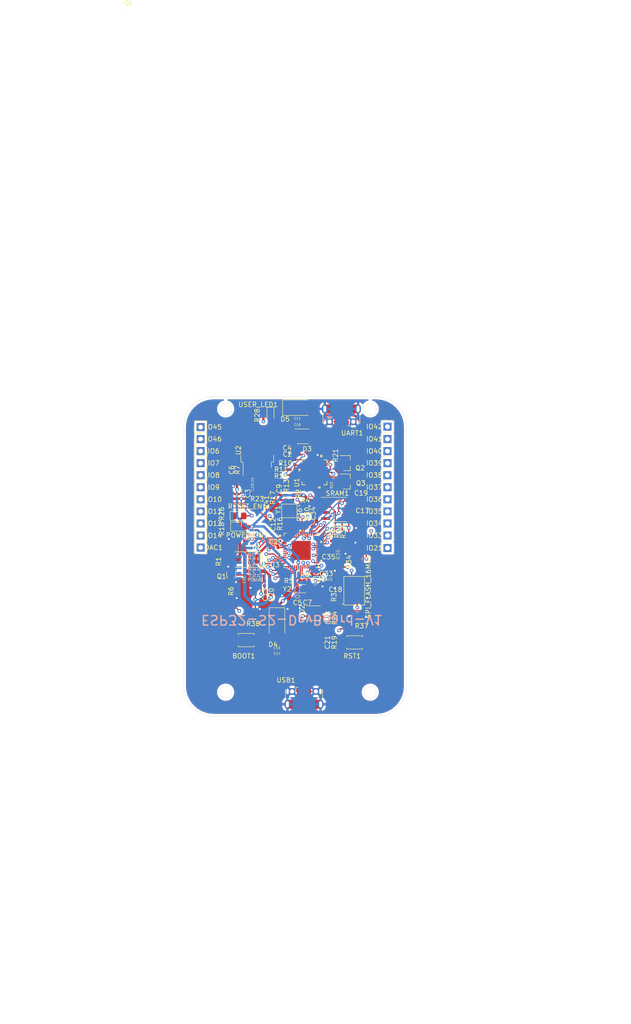
<source format=kicad_pcb>
(kicad_pcb (version 20171130) (host pcbnew "(5.1.6)-1")
  (title_block (rev 01))
  (layers (0 Front signal) (1 In1.Cu power hide) (2 In2.Cu power hide) (31 Back power) (34 B.Paste user) (35 F.Paste user) (36 B.SilkS user hide) (37 F.SilkS user) (38 B.Mask user) (39 F.Mask user) (44 Edge.Cuts user))
  (net 0 "")
  (net 1 /LD0_3P3)
  (net 2 /USB_5P0)
  (net 3 GND)
  (net 4 /CP2102_VDD)
  (net 5 "Net-(C5-Pad2)")
  (net 6 "Net-(C6-Pad2)")
  (net 7 /RTC_XTAL_N)
  (net 8 /MCU_3P3)
  (net 9 /MCU_3P3_R)
  (net 10 /40MHz_R)
  (net 11 /RST_PROG)
  (net 12 /USB_DP)
  (net 13 /MCU_3P3A)
  (net 14 /USB_DM)
  (net 15 /MCU_3P3A_FILT)
  (net 16 /USB_DPlus)
  (net 17 /USB_DMinus)
  (net 18 /GPIO6)
  (net 19 /GPIO7)
  (net 20 /GPIO8)
  (net 21 /GPIO9)
  (net 22 /GPIO10)
  (net 23 /GPIO11)
  (net 24 /GPIO12)
  (net 25 /GPIO13)
  (net 26 /GPIO14)
  (net 27 /GPIO21)
  (net 28 /GPIO33)
  (net 29 /GPIO34)
  (net 30 /GPIO35)
  (net 31 /GPIO36)
  (net 32 /GPIO37)
  (net 33 /GPIO38)
  (net 34 /GPIO39)
  (net 35 /GPIO40)
  (net 36 /GPIO41)
  (net 37 /GPIO42)
  (net 38 /GPIO45)
  (net 39 /GPIO46)
  (net 40 /DAC1)
  (net 41 /DAC2)
  (net 42 "Net-(POWER_ON1-Pad1)")
  (net 43 "Net-(Q1-Pad3)")
  (net 44 /BOOT_PROG)
  (net 45 "Net-(Q2-Pad2)")
  (net 46 /DTR)
  (net 47 "Net-(Q3-Pad2)")
  (net 48 /RTS)
  (net 49 "Net-(R2-Pad1)")
  (net 50 /SPICS0)
  (net 51 /SPICS1)
  (net 52 /RTC_XTAL_P)
  (net 53 "Net-(R10-Pad2)")
  (net 54 "Net-(R14-Pad2)")
  (net 55 /40MHz)
  (net 56 /GPIO2)
  (net 57 "Net-(R26-Pad2)")
  (net 58 /GPIO3)
  (net 59 /GPIO4)
  (net 60 /GPIO5)
  (net 61 /UART_TX)
  (net 62 "Net-(R30-Pad1)")
  (net 63 /SPID)
  (net 64 "Net-(R31-Pad1)")
  (net 65 /SPIQ)
  (net 66 "Net-(R32-Pad1)")
  (net 67 /SPICLK)
  (net 68 "Net-(R33-Pad1)")
  (net 69 /SPIWP)
  (net 70 "Net-(R34-Pad1)")
  (net 71 /SPIHD)
  (net 72 "Net-(R35-Pad1)")
  (net 73 "Net-(SRAM1-Pad3)")
  (net 74 "Net-(U1-Pad27)")
  (net 75 /UART_RX)
  (net 76 "Net-(U1-Pad23)")
  (net 77 "Net-(U1-Pad22)")
  (net 78 "Net-(U1-Pad21)")
  (net 79 "Net-(U1-Pad20)")
  (net 80 "Net-(U1-Pad19)")
  (net 81 "Net-(U1-Pad18)")
  (net 82 "Net-(U1-Pad17)")
  (net 83 "Net-(U1-Pad16)")
  (net 84 "Net-(U1-Pad15)")
  (net 85 "Net-(U1-Pad14)")
  (net 86 "Net-(U1-Pad13)")
  (net 87 "Net-(U1-Pad12)")
  (net 88 "Net-(U1-Pad11)")
  (net 89 "Net-(U1-Pad10)")
  (net 90 "Net-(U1-Pad2)")
  (net 91 "Net-(U1-Pad1)")
  (net 92 "Net-(U2-Pad3)")
  (net 93 "Net-(U3-Pad52)")
  (net 94 "Net-(U3-Pad2)")
  (net 95 "Net-(UART1-Pad4)")
  (net 96 "Net-(USB1-Pad4)")
  (net 97 "Net-(BOOT1-Pad1)")
  (net 98 "Net-(R37-Pad1)")
  (net 99 "Net-(R17-Pad2)")
  (net 100 /40MHz_RR)
  (net 101 "Net-(R28-Pad2)")
  (net 102 "Net-(C11-Pad2)")
  (net 103 "Net-(C10-Pad2)")
  (module Diode_SMD:D_SMA (layer Front) (at 116.2304 116.4082 270)
    (fp_text reference D4 (at 4.3434 0.8382 180) (layer F.SilkS))
    (fp_text value B120-E3)
    (pad 2 smd rect (at 2 0 270) (size 2.5 1.8) (layers Front F.Paste F.Mask) (net 103 "Net-(C10-Pad2)"))
    (pad 1 smd rect (at -2 0 270) (size 2.5 1.8) (layers Front F.Paste F.Mask) (net 2 /USB_5P0))
  )
  (module Diode_SMD:D_SMA (layer Front) (at 120.8212 70.8406)
    (fp_text reference D5 (at -2.889 2.4384) (layer F.SilkS))
    (fp_text value B120-E3)
    (pad 2 smd rect (at 2 0) (size 2.5 1.8) (layers Front F.Paste F.Mask) (net 102 "Net-(C11-Pad2)"))
    (pad 1 smd rect (at -2 0) (size 2.5 1.8) (layers Front F.Paste F.Mask) (net 2 /USB_5P0))
  )
  (module Package_TO_SOT_SMD:SOT-416 (layer Front) (at 106.5784 106.1466 270)
    (fp_text reference Q1 (at 0.2794 2.032) (layer F.SilkS))
    (fp_text value MMBT3906)
    (pad 3 smd rect (at 0.65 0 270) (size 0.6 0.5) (layers Front F.Paste F.Mask) (net 43 "Net-(Q1-Pad3)"))
    (pad 2 smd rect (at -0.65 0.5 270) (size 0.6 0.5) (layers Front F.Paste F.Mask) (net 8 /MCU_3P3))
    (pad 1 smd rect (at -0.65 -0.5 270) (size 0.6 0.5) (layers Front F.Paste F.Mask) (net 1 /LD0_3P3))
  )
  (module bub_oscillators:KC2520C40.0000C2YE00 (layer Front) (at 118.7704 94.107 180)
    (fp_text reference Y1 (at 2.3368 1.7526 90) (layer F.SilkS))
    (fp_text value KC2520C40.0000C2YE00 hide)
    (pad 1 smd rect (at -0.93 2.128 180) (size 1.05 0.95) (layers Front F.Paste F.Mask) (net 49 "Net-(R2-Pad1)"))
    (pad 4 smd rect (at -0.93 0.678 180) (size 1.05 0.95) (layers Front F.Paste F.Mask) (net 9 /MCU_3P3_R))
    (pad 3 smd rect (at 0.92 0.678 180) (size 1.05 0.95) (layers Front F.Paste F.Mask) (net 100 /40MHz_RR))
    (pad 2 smd rect (at 0.92 2.128 180) (size 1.05 0.95) (layers Front F.Paste F.Mask) (net 3 GND))
  )
  (module Capacitor_SMD:C_0402_1005Metric (layer Front) (at 123.698 95.527 270)
    (fp_text reference C34 (at -2.3852 -0.1524 90) (layer F.SilkS))
    (fp_text value 0.1U)
    (pad 2 smd roundrect (at 0.485 0 270) (size 0.59 0.64) (layers Front F.Paste F.Mask) (net 8 /MCU_3P3))
    (pad 1 smd roundrect (at -0.485 0 270) (size 0.59 0.64) (layers Front F.Paste F.Mask) (net 3 GND))
  )
  (module Capacitor_SMD:C_0402_1005Metric (layer Back) (at 120.7262 107.188 90)
    (fp_text reference C30 (at -2.4868 -0.1524 90) (layer B.SilkS) (effects (justify mirror)))
    (fp_text value 0.1U)
    (pad 2 smd roundrect (at 0.485 0 90) (size 0.59 0.64) (layers Back B.Paste B.Mask) (net 8 /MCU_3P3))
    (pad 1 smd roundrect (at -0.485 0 90) (size 0.59 0.64) (layers Back B.Paste B.Mask) (net 3 GND))
  )
  (module Connector_PinSocket_2.54mm:PinSocket_1x01_P2.54mm_Vertical (layer Front) (at 100.1268 95.25 270)
    (fp_text reference IO13 (at 0 -2.77 180) (layer F.SilkS))
    (fp_text value IO13)
    (pad 1 thru_hole rect (at 0 0 270) (size 1.7 1.7) (drill 1) (layers *.Cu *.Mask) (net 25 /GPIO13))
  )
  (module bub_mcu_fp:ESP32-S2 (layer Front) (at 121.3358 100.9396)
    (fp_text reference U3 (at -5.5626 3.0226) (layer F.SilkS))
    (fp_text value ESP32-S2 hide)
    (fp_text user * (at -4.4656 -2.8) (layer F.SilkS))
    (fp_text user * (at -4.4656 -2.8) (layer F.SilkS))
    (pad 57 smd rect (at 0 0) (size 4.0132 4.0132) (layers Front F.Mask) (net 3 GND))
    (pad 56 smd rect (at -2.6 -3.452) (size 0.204 0.757199) (layers Front F.Paste F.Mask) (net 11 /RST_PROG))
    (pad 55 smd rect (at -2.200001 -3.452) (size 0.204 0.757199) (layers Front F.Paste F.Mask) (net 39 /GPIO46))
    (pad 54 smd rect (at -1.799999 -3.452) (size 0.204 0.757199) (layers Front F.Paste F.Mask) (net 13 /MCU_3P3A))
    (pad 53 smd rect (at -1.4 -3.452) (size 0.204 0.757199) (layers Front F.Paste F.Mask) (net 55 /40MHz))
    (pad 52 smd rect (at -1.000001 -3.452) (size 0.204 0.757199) (layers Front F.Paste F.Mask) (net 93 "Net-(U3-Pad52)"))
    (pad 51 smd rect (at -0.599999 -3.452) (size 0.204 0.757199) (layers Front F.Paste F.Mask) (net 13 /MCU_3P3A))
    (pad 50 smd rect (at -0.2 -3.452) (size 0.204 0.757199) (layers Front F.Paste F.Mask) (net 38 /GPIO45))
    (pad 49 smd rect (at 0.2 -3.452) (size 0.204 0.757199) (layers Front F.Paste F.Mask) (net 75 /UART_RX))
    (pad 48 smd rect (at 0.599999 -3.452) (size 0.204 0.757199) (layers Front F.Paste F.Mask) (net 62 "Net-(R30-Pad1)"))
    (pad 47 smd rect (at 1.000001 -3.452) (size 0.204 0.757199) (layers Front F.Paste F.Mask) (net 37 /GPIO42))
    (pad 46 smd rect (at 1.4 -3.452) (size 0.204 0.757199) (layers Front F.Paste F.Mask) (net 36 /GPIO41))
    (pad 45 smd rect (at 1.799999 -3.452) (size 0.204 0.757199) (layers Front F.Paste F.Mask) (net 8 /MCU_3P3))
    (pad 44 smd rect (at 2.200001 -3.452) (size 0.204 0.757199) (layers Front F.Paste F.Mask) (net 35 /GPIO40))
    (pad 43 smd rect (at 2.6 -3.452) (size 0.204 0.757199) (layers Front F.Paste F.Mask) (net 34 /GPIO39))
    (pad 42 smd rect (at 3.452 -2.6 90) (size 0.204 0.757199) (layers Front F.Paste F.Mask) (net 33 /GPIO38))
    (pad 41 smd rect (at 3.452 -2.200001 90) (size 0.204 0.757199) (layers Front F.Paste F.Mask) (net 32 /GPIO37))
    (pad 40 smd rect (at 3.452 -1.799999 90) (size 0.204 0.757199) (layers Front F.Paste F.Mask) (net 31 /GPIO36))
    (pad 39 smd rect (at 3.452 -1.4 90) (size 0.204 0.757199) (layers Front F.Paste F.Mask) (net 30 /GPIO35))
    (pad 38 smd rect (at 3.452 -1.000001 90) (size 0.204 0.757199) (layers Front F.Paste F.Mask) (net 29 /GPIO34))
    (pad 37 smd rect (at 3.452 -0.599999 90) (size 0.204 0.757199) (layers Front F.Paste F.Mask) (net 28 /GPIO33))
    (pad 36 smd rect (at 3.452 -0.2 90) (size 0.204 0.757199) (layers Front F.Paste F.Mask) (net 64 "Net-(R31-Pad1)"))
    (pad 35 smd rect (at 3.452 0.2 90) (size 0.204 0.757199) (layers Front F.Paste F.Mask) (net 66 "Net-(R32-Pad1)"))
    (pad 34 smd rect (at 3.452 0.599999 90) (size 0.204 0.757199) (layers Front F.Paste F.Mask) (net 68 "Net-(R33-Pad1)"))
    (pad 33 smd rect (at 3.452 1.000001 90) (size 0.204 0.757199) (layers Front F.Paste F.Mask) (net 50 /SPICS0))
    (pad 32 smd rect (at 3.452 1.4 90) (size 0.204 0.757199) (layers Front F.Paste F.Mask) (net 70 "Net-(R34-Pad1)"))
    (pad 31 smd rect (at 3.452 1.799999 90) (size 0.204 0.757199) (layers Front F.Paste F.Mask) (net 72 "Net-(R35-Pad1)"))
    (pad 30 smd rect (at 3.452 2.200001 90) (size 0.204 0.757199) (layers Front F.Paste F.Mask) (net 8 /MCU_3P3))
    (pad 29 smd rect (at 3.452 2.6 90) (size 0.204 0.757199) (layers Front F.Paste F.Mask) (net 51 /SPICS1))
    (pad 28 smd rect (at 2.6 3.452) (size 0.204 0.757199) (layers Front F.Paste F.Mask) (net 27 /GPIO21))
    (pad 27 smd rect (at 2.200001 3.452) (size 0.204 0.757199) (layers Front F.Paste F.Mask) (net 8 /MCU_3P3))
    (pad 26 smd rect (at 1.799999 3.452) (size 0.204 0.757199) (layers Front F.Paste F.Mask) (net 12 /USB_DP))
    (pad 25 smd rect (at 1.4 3.452) (size 0.204 0.757199) (layers Front F.Paste F.Mask) (net 14 /USB_DM))
    (pad 24 smd rect (at 1.000001 3.452) (size 0.204 0.757199) (layers Front F.Paste F.Mask) (net 41 /DAC2))
    (pad 23 smd rect (at 0.599999 3.452) (size 0.204 0.757199) (layers Front F.Paste F.Mask) (net 40 /DAC1))
    (pad 22 smd rect (at 0.2 3.452) (size 0.204 0.757199) (layers Front F.Paste F.Mask) (net 7 /RTC_XTAL_N))
    (pad 21 smd rect (at -0.2 3.452) (size 0.204 0.757199) (layers Front F.Paste F.Mask) (net 52 /RTC_XTAL_P))
    (pad 20 smd rect (at -0.599999 3.452) (size 0.204 0.757199) (layers Front F.Paste F.Mask) (net 8 /MCU_3P3))
    (pad 19 smd rect (at -1.000001 3.452) (size 0.204 0.757199) (layers Front F.Paste F.Mask) (net 26 /GPIO14))
    (pad 18 smd rect (at -1.4 3.452) (size 0.204 0.757199) (layers Front F.Paste F.Mask) (net 25 /GPIO13))
    (pad 17 smd rect (at -1.799999 3.452) (size 0.204 0.757199) (layers Front F.Paste F.Mask) (net 24 /GPIO12))
    (pad 16 smd rect (at -2.200001 3.452) (size 0.204 0.757199) (layers Front F.Paste F.Mask) (net 23 /GPIO11))
    (pad 15 smd rect (at -2.6 3.452) (size 0.204 0.757199) (layers Front F.Paste F.Mask) (net 22 /GPIO10))
    (pad 14 smd rect (at -3.452 2.6 90) (size 0.204 0.757199) (layers Front F.Paste F.Mask) (net 21 /GPIO9))
    (pad 13 smd rect (at -3.452 2.200001 90) (size 0.204 0.757199) (layers Front F.Paste F.Mask) (net 20 /GPIO8))
    (pad 12 smd rect (at -3.452 1.799999 90) (size 0.204 0.757199) (layers Front F.Paste F.Mask) (net 19 /GPIO7))
    (pad 11 smd rect (at -3.452 1.4 90) (size 0.204 0.757199) (layers Front F.Paste F.Mask) (net 18 /GPIO6))
    (pad 10 smd rect (at -3.452 1.000001 90) (size 0.204 0.757199) (layers Front F.Paste F.Mask) (net 60 /GPIO5))
    (pad 9 smd rect (at -3.452 0.599999 90) (size 0.204 0.757199) (layers Front F.Paste F.Mask) (net 59 /GPIO4))
    (pad 8 smd rect (at -3.452 0.2 90) (size 0.204 0.757199) (layers Front F.Paste F.Mask) (net 58 /GPIO3))
    (pad 7 smd rect (at -3.452 -0.2 90) (size 0.204 0.757199) (layers Front F.Paste F.Mask) (net 56 /GPIO2))
    (pad 6 smd rect (at -3.452 -0.599999 90) (size 0.204 0.757199) (layers Front F.Paste F.Mask) (net 8 /MCU_3P3))
    (pad 5 smd rect (at -3.452 -1.000001 90) (size 0.204 0.757199) (layers Front F.Paste F.Mask) (net 44 /BOOT_PROG))
    (pad 4 smd rect (at -3.452 -1.4 90) (size 0.204 0.757199) (layers Front F.Paste F.Mask) (net 15 /MCU_3P3A_FILT))
    (pad 3 smd rect (at -3.452 -1.799999 90) (size 0.204 0.757199) (layers Front F.Paste F.Mask) (net 15 /MCU_3P3A_FILT))
    (pad 2 smd rect (at -3.452 -2.200001 90) (size 0.204 0.757199) (layers Front F.Paste F.Mask) (net 94 "Net-(U3-Pad2)"))
    (pad 1 smd rect (at -3.452 -2.6 90) (size 0.204 0.757199) (layers Front F.Paste F.Mask) (net 13 /MCU_3P3A))
  )
  (module Connector_USB:USB_Micro-B_Molex-105017-0001 (layer Front) (at 129.81 72.3575 180)
    (fp_text reference UART1 (at -2.27 -3.8425) (layer F.SilkS))
    (fp_text value USB_B_Micro)
    (pad 6 smd rect (at -2.9 1.2375 180) (size 1.2 1.9) (layers Front F.Mask) (net 3 GND))
    (pad 6 smd rect (at 2.9 1.2375 180) (size 1.2 1.9) (layers Front F.Mask) (net 3 GND))
    (pad 6 thru_hole oval (at 3.5 1.2375 180) (size 1.2 1.9) (drill oval 0.6 1.3) (layers *.Cu *.Mask) (net 3 GND))
    (pad 6 thru_hole oval (at -3.5 1.2375) (size 1.2 1.9) (drill oval 0.6 1.3) (layers *.Cu *.Mask) (net 3 GND))
    (pad 6 smd rect (at -1 1.2375 180) (size 1.5 1.9) (layers Front F.Paste F.Mask) (net 3 GND))
    (pad 6 thru_hole circle (at 2.5 -1.4625 180) (size 1.45 1.45) (drill 0.85) (layers *.Cu *.Mask) (net 3 GND))
    (pad 3 smd rect (at 0 -1.4625 180) (size 0.4 1.35) (layers Front F.Paste F.Mask) (net 16 /USB_DPlus))
    (pad 4 smd rect (at 0.65 -1.4625 180) (size 0.4 1.35) (layers Front F.Paste F.Mask) (net 95 "Net-(UART1-Pad4)"))
    (pad 5 smd rect (at 1.3 -1.4625 180) (size 0.4 1.35) (layers Front F.Paste F.Mask) (net 3 GND))
    (pad 1 smd rect (at -1.3 -1.4625 180) (size 0.4 1.35) (layers Front F.Paste F.Mask) (net 102 "Net-(C11-Pad2)"))
    (pad 2 smd rect (at -0.65 -1.4625 180) (size 0.4 1.35) (layers Front F.Paste F.Mask) (net 17 /USB_DMinus))
    (pad 6 thru_hole circle (at -2.5 -1.4625 180) (size 1.45 1.45) (drill 0.85) (layers *.Cu *.Mask) (net 3 GND))
    (pad 6 smd rect (at 1 1.2375 180) (size 1.5 1.9) (layers Front F.Paste F.Mask) (net 3 GND))
  )
  (module Capacitor_SMD:C_0402_1005Metric (layer Front) (at 110.0836 105.7656 90)
    (fp_text reference C36 (at -1.397 -0.8128 90) (layer F.SilkS) (effects (font (size 0.508 0.508) (thickness 0.0635))))
    (fp_text value 10u)
    (pad 2 smd roundrect (at 0.485 0 90) (size 0.59 0.64) (layers Front F.Paste F.Mask) (net 8 /MCU_3P3))
    (pad 1 smd roundrect (at -0.485 0 90) (size 0.59 0.64) (layers Front F.Paste F.Mask) (net 3 GND))
  )
  (module Resistor_SMD:R_0402_1005Metric (layer Front) (at 114.0714 88.138 270)
    (fp_text reference R41 (at 2.6162 0.0762 90) (layer F.SilkS))
    (fp_text value 35K)
    (pad 2 smd roundrect (at 0.485 0 270) (size 0.59 0.64) (layers Front F.Paste F.Mask) (net 1 /LD0_3P3))
    (pad 1 smd roundrect (at -0.485 0 270) (size 0.59 0.64) (layers Front F.Paste F.Mask) (net 99 "Net-(R17-Pad2)"))
  )
  (module Button_Switch_SMD:SW_SPST_B3U-1000P (layer Front) (at 132.6116 120.3198 180)
    (fp_text reference RST1 (at 0.5316 -2.8702 180) (layer F.SilkS))
    (fp_text value B3U-1000P)
    (pad 2 smd rect (at 1.7 0 180) (size 0.9 1.7) (layers Front F.Paste F.Mask) (net 3 GND))
    (pad 1 smd rect (at -1.7 0 180) (size 0.9 1.7) (layers Front F.Paste F.Mask) (net 98 "Net-(R37-Pad1)"))
  )
  (module Resistor_SMD:R_0402_1005Metric (layer Front) (at 111.1734 117.5512)
    (fp_text reference R38 (at 0 -1.17) (layer F.SilkS))
    (fp_text value 470)
    (pad 2 smd roundrect (at 0.485 0) (size 0.59 0.64) (layers Front F.Paste F.Mask) (net 44 /BOOT_PROG))
    (pad 1 smd roundrect (at -0.485 0) (size 0.59 0.64) (layers Front F.Paste F.Mask) (net 97 "Net-(BOOT1-Pad1)"))
  )
  (module Resistor_SMD:R_0402_1005Metric (layer Front) (at 134.089 118.0338)
    (fp_text reference R37 (at 0 -1.17) (layer F.SilkS))
    (fp_text value 470)
    (pad 2 smd roundrect (at 0.485 0) (size 0.59 0.64) (layers Front F.Paste F.Mask) (net 11 /RST_PROG))
    (pad 1 smd roundrect (at -0.485 0) (size 0.59 0.64) (layers Front F.Paste F.Mask) (net 98 "Net-(R37-Pad1)"))
  )
  (module Button_Switch_SMD:SW_SPST_B3U-1000P (layer Front) (at 109.728 119.8372 180)
    (fp_text reference BOOT1 (at 0.508 -3.3528 180) (layer F.SilkS))
    (fp_text value B3U-1000P)
    (pad 2 smd rect (at 1.7 0 180) (size 0.9 1.7) (layers Front F.Paste F.Mask) (net 3 GND))
    (pad 1 smd rect (at -1.7 0 180) (size 0.9 1.7) (layers Front F.Paste F.Mask) (net 97 "Net-(BOOT1-Pad1)"))
  )
  (module Crystal:Crystal_SMD_3215-2Pin_3.2x1.5mm (layer Front) (at 121.5952 108.9914)
    (fp_text reference Y2 (at -3.2312 0.1016) (layer F.SilkS))
    (fp_text value Crystal)
    (pad 2 smd rect (at -1.25 0) (size 1 1.8) (layers Front F.Paste F.Mask) (net 5 "Net-(C5-Pad2)"))
    (pad 1 smd rect (at 1.25 0) (size 1 1.8) (layers Front F.Paste F.Mask) (net 7 /RTC_XTAL_N))
  )
  (module LED_SMD:LED_0603_1608Metric_Pad1.05x0.95mm_HandSolder (layer Front) (at 114.8588 72.4268 270)
    (fp_text reference USER_LED1 (at -2.2212 2.6162 180) (layer F.SilkS))
    (fp_text value LED)
    (pad 2 smd roundrect (at 0.875 0 270) (size 1.05 0.95) (layers Front F.Paste F.Mask) (net 1 /LD0_3P3))
    (pad 1 smd roundrect (at -0.875 0 270) (size 1.05 0.95) (layers Front F.Paste F.Mask) (net 101 "Net-(R28-Pad2)"))
  )
  (module Connector_USB:USB_Micro-B_Molex-105017-0001 (layer Front) (at 121.92 132.1125)
    (fp_text reference USB1 (at -3.81 -3.8425) (layer F.SilkS))
    (fp_text value USB_B_Micro)
    (pad 6 smd rect (at -2.9 1.2375) (size 1.2 1.9) (layers Front F.Mask) (net 3 GND))
    (pad 6 smd rect (at 2.9 1.2375) (size 1.2 1.9) (layers Front F.Mask) (net 3 GND))
    (pad 6 thru_hole oval (at 3.5 1.2375) (size 1.2 1.9) (drill oval 0.6 1.3) (layers *.Cu *.Mask) (net 3 GND))
    (pad 6 thru_hole oval (at -3.5 1.2375 180) (size 1.2 1.9) (drill oval 0.6 1.3) (layers *.Cu *.Mask) (net 3 GND))
    (pad 6 smd rect (at -1 1.2375) (size 1.5 1.9) (layers Front F.Paste F.Mask) (net 3 GND))
    (pad 6 thru_hole circle (at 2.5 -1.4625) (size 1.45 1.45) (drill 0.85) (layers *.Cu *.Mask) (net 3 GND))
    (pad 3 smd rect (at 0 -1.4625) (size 0.4 1.35) (layers Front F.Paste F.Mask) (net 12 /USB_DP))
    (pad 4 smd rect (at 0.65 -1.4625) (size 0.4 1.35) (layers Front F.Paste F.Mask) (net 96 "Net-(USB1-Pad4)"))
    (pad 5 smd rect (at 1.3 -1.4625) (size 0.4 1.35) (layers Front F.Paste F.Mask) (net 3 GND))
    (pad 1 smd rect (at -1.3 -1.4625) (size 0.4 1.35) (layers Front F.Paste F.Mask) (net 103 "Net-(C10-Pad2)"))
    (pad 2 smd rect (at -0.65 -1.4625) (size 0.4 1.35) (layers Front F.Paste F.Mask) (net 14 /USB_DM))
    (pad 6 thru_hole circle (at -2.5 -1.4625) (size 1.45 1.45) (drill 0.85) (layers *.Cu *.Mask) (net 3 GND))
    (pad 6 smd rect (at 1 1.2375) (size 1.5 1.9) (layers Front F.Paste F.Mask) (net 3 GND))
  )
  (module bub_regulators_fp:BD00C0AWFPS-ME2 (layer Front) (at 112.0648 79.8576 90)
    (fp_text reference U2 (at 0.0254 -3.9624 90) (layer F.SilkS))
    (fp_text value BD00C0AWFPS-ME2)
    (pad 1 smd rect (at -4.2 -2.28 90) (size 2.2 0.8) (layers Front F.Paste F.Mask) (net 6 "Net-(C6-Pad2)"))
    (pad 2 smd rect (at -4.2 -1.14 90) (size 2.2 0.8) (layers Front F.Paste F.Mask) (net 2 /USB_5P0))
    (pad 3 smd rect (at -4.2 0 90) (size 2.2 0.8) (layers Front F.Paste F.Mask) (net 92 "Net-(U2-Pad3)"))
    (pad 4 smd rect (at -4.2 1.14 90) (size 2.2 0.8) (layers Front F.Paste F.Mask) (net 1 /LD0_3P3))
    (pad 5 smd rect (at -4.2 2.28 90) (size 2.2 0.8) (layers Front F.Paste F.Mask) (net 99 "Net-(R17-Pad2)"))
    (pad FIN smd rect (at 2.1 0 90) (size 6.4 5.800001) (layers Front F.Mask) (net 3 GND))
  )
  (module bub_mcu_fp:CP2102N-A01-GQFN28 (layer Front) (at 124.1298 84.4804 270)
    (fp_text reference U1 (at 2.159 3.7338 90) (layer F.SilkS))
    (fp_text value CP2102N-A01-GQFN28 hide)
    (fp_text user * (at -3.4369 -1.75 90) (layer F.SilkS))
    (fp_text user * (at -3.4369 -1.75 90) (layer F.SilkS))
    (pad 3 smd rect (at 0 0 270) (size 3.3528 3.3528) (layers Front F.Paste F.Mask) (net 3 GND))
    (pad 28 smd rect (at -1.5 -2.3217 270) (size 0.2548 0.960399) (layers Front F.Paste F.Mask) (net 46 /DTR))
    (pad 27 smd rect (at -1.000001 -2.3217 270) (size 0.2548 0.960399) (layers Front F.Paste F.Mask) (net 74 "Net-(U1-Pad27)"))
    (pad 26 smd rect (at -0.499999 -2.3217 270) (size 0.2548 0.960399) (layers Front F.Paste F.Mask) (net 75 /UART_RX))
    (pad 25 smd rect (at 0 -2.3217 270) (size 0.2548 0.960399) (layers Front F.Paste F.Mask) (net 61 /UART_TX))
    (pad 24 smd rect (at 0.499999 -2.3217 270) (size 0.2548 0.960399) (layers Front F.Paste F.Mask) (net 48 /RTS))
    (pad 23 smd rect (at 1.000001 -2.3217 270) (size 0.2548 0.960399) (layers Front F.Paste F.Mask) (net 76 "Net-(U1-Pad23)"))
    (pad 22 smd rect (at 1.5 -2.3217 270) (size 0.2548 0.960399) (layers Front F.Paste F.Mask) (net 77 "Net-(U1-Pad22)"))
    (pad 21 smd rect (at 2.3217 -1.5) (size 0.2548 0.960399) (layers Front F.Paste F.Mask) (net 78 "Net-(U1-Pad21)"))
    (pad 20 smd rect (at 2.3217 -1.000001) (size 0.2548 0.960399) (layers Front F.Paste F.Mask) (net 79 "Net-(U1-Pad20)"))
    (pad 19 smd rect (at 2.3217 -0.499999) (size 0.2548 0.960399) (layers Front F.Paste F.Mask) (net 80 "Net-(U1-Pad19)"))
    (pad 18 smd rect (at 2.3217 0) (size 0.2548 0.960399) (layers Front F.Paste F.Mask) (net 81 "Net-(U1-Pad18)"))
    (pad 17 smd rect (at 2.3217 0.499999) (size 0.2548 0.960399) (layers Front F.Paste F.Mask) (net 82 "Net-(U1-Pad17)"))
    (pad 16 smd rect (at 2.3217 1.000001) (size 0.2548 0.960399) (layers Front F.Paste F.Mask) (net 83 "Net-(U1-Pad16)"))
    (pad 15 smd rect (at 2.3217 1.5) (size 0.2548 0.960399) (layers Front F.Paste F.Mask) (net 84 "Net-(U1-Pad15)"))
    (pad 14 smd rect (at 1.5 2.3217 270) (size 0.2548 0.960399) (layers Front F.Paste F.Mask) (net 85 "Net-(U1-Pad14)"))
    (pad 13 smd rect (at 1.000001 2.3217 270) (size 0.2548 0.960399) (layers Front F.Paste F.Mask) (net 86 "Net-(U1-Pad13)"))
    (pad 12 smd rect (at 0.499999 2.3217 270) (size 0.2548 0.960399) (layers Front F.Paste F.Mask) (net 87 "Net-(U1-Pad12)"))
    (pad 11 smd rect (at 0 2.3217 270) (size 0.2548 0.960399) (layers Front F.Paste F.Mask) (net 88 "Net-(U1-Pad11)"))
    (pad 10 smd rect (at -0.499999 2.3217 270) (size 0.2548 0.960399) (layers Front F.Paste F.Mask) (net 89 "Net-(U1-Pad10)"))
    (pad 9 smd rect (at -1.000001 2.3217 270) (size 0.2548 0.960399) (layers Front F.Paste F.Mask) (net 54 "Net-(R14-Pad2)"))
    (pad 8 smd rect (at -1.5 2.3217 270) (size 0.2548 0.960399) (layers Front F.Paste F.Mask) (net 53 "Net-(R10-Pad2)"))
    (pad 7 smd rect (at -2.3217 1.5) (size 0.2548 0.960399) (layers Front F.Paste F.Mask) (net 2 /USB_5P0))
    (pad 6 smd rect (at -2.3217 1.000001) (size 0.2548 0.960399) (layers Front F.Paste F.Mask) (net 4 /CP2102_VDD))
    (pad 5 smd rect (at -2.3217 0.499999) (size 0.2548 0.960399) (layers Front F.Paste F.Mask) (net 17 /USB_DMinus))
    (pad 4 smd rect (at -2.3217 0) (size 0.2548 0.960399) (layers Front F.Paste F.Mask) (net 16 /USB_DPlus))
    (pad 3 smd rect (at -2.3217 -0.499999) (size 0.2548 0.960399) (layers Front F.Paste F.Mask) (net 3 GND))
    (pad 2 smd rect (at -2.3217 -1.000001) (size 0.2548 0.960399) (layers Front F.Paste F.Mask) (net 90 "Net-(U1-Pad2)"))
    (pad 1 smd rect (at -2.3217 -1.5) (size 0.2548 0.960399) (layers Front F.Paste F.Mask) (net 91 "Net-(U1-Pad1)"))
  )
  (module Package_SO:SOIC-8_3.9x4.9mm_P1.27mm (layer Front) (at 128.9558 92.3036)
    (fp_text reference SRAM1 (at 0 -3.4) (layer F.SilkS))
    (fp_text value IS62WVS2568FBLL)
    (pad 8 smd roundrect (at 2.475 -1.905) (size 1.95 0.6) (layers Front F.Paste F.Mask) (net 8 /MCU_3P3))
    (pad 7 smd roundrect (at 2.475 -0.635) (size 1.95 0.6) (layers Front F.Paste F.Mask) (net 71 /SPIHD))
    (pad 6 smd roundrect (at 2.475 0.635) (size 1.95 0.6) (layers Front F.Paste F.Mask) (net 67 /SPICLK))
    (pad 5 smd roundrect (at 2.475 1.905) (size 1.95 0.6) (layers Front F.Paste F.Mask) (net 63 /SPID))
    (pad 4 smd roundrect (at -2.475 1.905) (size 1.95 0.6) (layers Front F.Paste F.Mask) (net 3 GND))
    (pad 3 smd roundrect (at -2.475 0.635) (size 1.95 0.6) (layers Front F.Paste F.Mask) (net 73 "Net-(SRAM1-Pad3)"))
    (pad 2 smd roundrect (at -2.475 -0.635) (size 1.95 0.6) (layers Front F.Paste F.Mask) (net 65 /SPIQ))
    (pad 1 smd roundrect (at -2.475 -1.905) (size 1.95 0.6) (layers Front F.Paste F.Mask) (net 51 /SPICS1))
  )
  (module Bub_flash:SST25VF016B-50-4I-QAF (layer Front) (at 126.6952 106.3244 90)
    (fp_text reference SPI_FLASH_16Mb1 (at -2.2606 8.7884 90) (layer F.SilkS))
    (fp_text value SST25VF016B-50-4I-QAF)
    (pad 4 smd rect (at -3.16 5.795 90) (size 3.4 4) (layers Front F.Paste F.Mask) (net 3 GND))
    (pad 8 smd rect (at -0.446 3.898 90) (size 0.7 0.48) (layers Front F.Paste F.Mask) (net 8 /MCU_3P3))
    (pad 7 smd rect (at -0.446 5.168 90) (size 0.7 0.48) (layers Front F.Paste F.Mask) (net 71 /SPIHD))
    (pad 6 smd rect (at -0.446 6.438 90) (size 0.7 0.48) (layers Front F.Paste F.Mask) (net 67 /SPICLK))
    (pad 5 smd rect (at -0.446 7.708 90) (size 0.7 0.48) (layers Front F.Paste F.Mask) (net 63 /SPID))
    (pad 4 smd rect (at -5.746 7.708 90) (size 0.7 0.48) (layers Front F.Paste F.Mask) (net 3 GND))
    (pad 3 smd rect (at -5.746 6.438 90) (size 0.7 0.48) (layers Front F.Paste F.Mask) (net 69 /SPIWP))
    (pad 2 smd rect (at -5.746 5.168 90) (size 0.7 0.48) (layers Front F.Paste F.Mask) (net 65 /SPIQ))
    (pad 1 smd rect (at -5.746 3.898 90) (size 0.7 0.48) (layers Front F.Paste F.Mask) (net 50 /SPICS0))
  )
  (module LED_SMD:LED_0805_2012Metric_Pad1.15x1.40mm_HandSolder (layer Front) (at 108.195 93.6498)
    (fp_text reference RESET_EN1 (at 1.787 -1.9812) (layer F.SilkS))
    (fp_text value LED)
    (pad 2 smd roundrect (at 1.025 0) (size 1.15 1.4) (layers Front F.Paste F.Mask) (roundrect_rratio 0.217391) (net 1 /LD0_3P3))
    (pad 1 smd roundrect (at -1.025 0) (size 1.15 1.4) (layers Front F.Paste F.Mask) (roundrect_rratio 0.217391) (net 57 "Net-(R26-Pad2)"))
  )
  (module Resistor_SMD:R_0402_1005Metric (layer Front) (at 121.5366 91.4908)
    (fp_text reference R36 (at -0.531 1.905 90) (layer F.SilkS))
    (fp_text value 10K)
    (pad 2 smd roundrect (at 0.485 0) (size 0.59 0.64) (layers Front F.Paste F.Mask) (net 3 GND))
    (pad 1 smd roundrect (at -0.485 0) (size 0.59 0.64) (layers Front F.Paste F.Mask) (net 38 /GPIO45))
  )
  (module Resistor_SMD:R_0402_1005Metric (layer Front) (at 129.032 103.8328 270)
    (fp_text reference R35 (at -2.0296 -0.1016 90) (layer F.SilkS) (effects (font (size 0.762 0.762) (thickness 0.0762))))
    (fp_text value 0)
    (pad 2 smd roundrect (at 0.485 0 270) (size 0.59 0.64) (layers Front F.Paste F.Mask) (net 71 /SPIHD))
    (pad 1 smd roundrect (at -0.485 0 270) (size 0.59 0.64) (layers Front F.Paste F.Mask) (net 72 "Net-(R35-Pad1)"))
  )
  (module Resistor_SMD:R_0402_1005Metric (layer Front) (at 130.0988 103.8376 270)
    (fp_text reference R34 (at -0.485 -1.2954 90) (layer F.SilkS))
    (fp_text value 0)
    (pad 2 smd roundrect (at 0.485 0 270) (size 0.59 0.64) (layers Front F.Paste F.Mask) (net 69 /SPIWP))
    (pad 1 smd roundrect (at -0.485 0 270) (size 0.59 0.64) (layers Front F.Paste F.Mask) (net 70 "Net-(R34-Pad1)"))
  )
  (module Resistor_SMD:R_0402_1005Metric (layer Front) (at 129.9464 99.3926 90)
    (fp_text reference R33 (at 2.39 0.254 90) (layer F.SilkS))
    (fp_text value 0)
    (pad 2 smd roundrect (at 0.485 0 90) (size 0.59 0.64) (layers Front F.Paste F.Mask) (net 67 /SPICLK))
    (pad 1 smd roundrect (at -0.485 0 90) (size 0.59 0.64) (layers Front F.Paste F.Mask) (net 68 "Net-(R33-Pad1)"))
  )
  (module Resistor_SMD:R_0402_1005Metric (layer Front) (at 128.8542 99.3926 90)
    (fp_text reference R32 (at 2.4916 0.1016 90) (layer F.SilkS))
    (fp_text value 0)
    (pad 2 smd roundrect (at 0.485 0 90) (size 0.59 0.64) (layers Front F.Paste F.Mask) (net 65 /SPIQ))
    (pad 1 smd roundrect (at -0.485 0 90) (size 0.59 0.64) (layers Front F.Paste F.Mask) (net 66 "Net-(R32-Pad1)"))
  )
  (module Resistor_SMD:R_0402_1005Metric (layer Front) (at 127.7366 99.4156 90)
    (fp_text reference R31 (at 2.4892 -0.0762 90) (layer F.SilkS))
    (fp_text value 0)
    (pad 2 smd roundrect (at 0.485 0 90) (size 0.59 0.64) (layers Front F.Paste F.Mask) (net 63 /SPID))
    (pad 1 smd roundrect (at -0.485 0 90) (size 0.59 0.64) (layers Front F.Paste F.Mask) (net 64 "Net-(R31-Pad1)"))
  )
  (module Resistor_SMD:R_0402_1005Metric (layer Front) (at 122.5804 95.527 90)
    (fp_text reference R30 (at 2.2884 0 90) (layer F.SilkS))
    (fp_text value 499)
    (pad 2 smd roundrect (at 0.485 0 90) (size 0.59 0.64) (layers Front F.Paste F.Mask) (net 61 /UART_TX))
    (pad 1 smd roundrect (at -0.485 0 90) (size 0.59 0.64) (layers Front F.Paste F.Mask) (net 62 "Net-(R30-Pad1)"))
  )
  (module Resistor_SMD:R_0402_1005Metric (layer Front) (at 113.3094 72.0174 90)
    (fp_text reference R28 (at -0.4488 -1.2446 90) (layer F.SilkS))
    (fp_text value 25)
    (pad 2 smd roundrect (at 0.485 0 90) (size 0.59 0.64) (layers Front F.Paste F.Mask) (net 101 "Net-(R28-Pad2)"))
    (pad 1 smd roundrect (at -0.485 0 90) (size 0.59 0.64) (layers Front F.Paste F.Mask) (net 59 /GPIO4))
  )
  (module Resistor_SMD:R_0402_1005Metric (layer Front) (at 105.7148 93.6522 90)
    (fp_text reference R26 (at 0.485 -1.143 90) (layer F.SilkS))
    (fp_text value 100)
    (pad 2 smd roundrect (at 0.485 0 90) (size 0.59 0.64) (layers Front F.Paste F.Mask) (net 57 "Net-(R26-Pad2)"))
    (pad 1 smd roundrect (at -0.485 0 90) (size 0.59 0.64) (layers Front F.Paste F.Mask) (net 11 /RST_PROG))
  )
  (module Resistor_SMD:R_0402_1005Metric (layer Front) (at 128.0414 112.7784 90)
    (fp_text reference R24 (at -2.3852 0.3048 90) (layer F.SilkS))
    (fp_text value "tbd(DNP)")
    (pad 2 smd roundrect (at 0.485 0 90) (size 0.59 0.64) (layers Front F.Paste F.Mask) (net 3 GND))
    (pad 1 smd roundrect (at -0.485 0 90) (size 0.59 0.64) (layers Front F.Paste F.Mask) (net 14 /USB_DM))
  )
  (module Resistor_SMD:R_0402_1005Metric (layer Front) (at 112.3418 88.6714)
    (fp_text reference R23 (at -0.3024 1.4224 180) (layer F.SilkS))
    (fp_text value 10K)
    (pad 2 smd roundrect (at 0.485 0) (size 0.59 0.64) (layers Front F.Paste F.Mask) (net 1 /LD0_3P3))
    (pad 1 smd roundrect (at -0.485 0) (size 0.59 0.64) (layers Front F.Paste F.Mask) (net 3 GND))
  )
  (module Resistor_SMD:R_0402_1005Metric (layer Front) (at 128.5748 87.122 90)
    (fp_text reference R22 (at -0.0762 -0.8382 90) (layer F.SilkS) (effects (font (size 0.508 0.508) (thickness 0.0762))))
    (fp_text value 10K)
    (pad 2 smd roundrect (at 0.485 0 90) (size 0.59 0.64) (layers Front F.Paste F.Mask) (net 46 /DTR))
    (pad 1 smd roundrect (at -0.485 0 90) (size 0.59 0.64) (layers Front F.Paste F.Mask) (net 47 "Net-(Q3-Pad2)"))
  )
  (module Resistor_SMD:R_0402_1005Metric (layer Front) (at 128.651 83.3398 270)
    (fp_text reference R21 (at -2.4154 0.0762 90) (layer F.SilkS))
    (fp_text value 10K)
    (pad 2 smd roundrect (at 0.485 0 270) (size 0.59 0.64) (layers Front F.Paste F.Mask) (net 48 /RTS))
    (pad 1 smd roundrect (at -0.485 0 270) (size 0.59 0.64) (layers Front F.Paste F.Mask) (net 45 "Net-(Q2-Pad2)"))
  )
  (module Resistor_SMD:R_0402_1005Metric (layer Front) (at 114.7572 107.8 270)
    (fp_text reference R20 (at 2.4614 -0.3048 90) (layer F.SilkS))
    (fp_text value 0)
    (pad 2 smd roundrect (at 0.485 0 270) (size 0.59 0.64) (layers Front F.Paste F.Mask) (net 13 /MCU_3P3A))
    (pad 1 smd roundrect (at -0.485 0 270) (size 0.59 0.64) (layers Front F.Paste F.Mask) (net 8 /MCU_3P3))
  )
  (module Resistor_SMD:R_0402_1005Metric (layer Front) (at 128.0668 117.8814 270)
    (fp_text reference R19 (at 2.4384 -0.2286 90) (layer F.SilkS))
    (fp_text value "tbd(DNP)")
    (pad 2 smd roundrect (at 0.485 0 270) (size 0.59 0.64) (layers Front F.Paste F.Mask) (net 3 GND))
    (pad 1 smd roundrect (at -0.485 0 270) (size 0.59 0.64) (layers Front F.Paste F.Mask) (net 12 /USB_DP))
  )
  (module Resistor_SMD:R_0402_1005Metric (layer Front) (at 105.8418 95.8596 90)
    (fp_text reference R18 (at -0.5334 -1.27 90) (layer F.SilkS))
    (fp_text value 100)
    (pad 2 smd roundrect (at 0.485 0 90) (size 0.59 0.64) (layers Front F.Paste F.Mask) (net 42 "Net-(POWER_ON1-Pad1)"))
    (pad 1 smd roundrect (at -0.485 0 90) (size 0.59 0.64) (layers Front F.Paste F.Mask) (net 3 GND))
  )
  (module Resistor_SMD:R_0402_1005Metric (layer Front) (at 115.2652 87.145 270)
    (fp_text reference R17 (at 2.6694 -0.1016 90) (layer F.SilkS))
    (fp_text value 10K)
    (pad 2 smd roundrect (at 0.485 0 270) (size 0.59 0.64) (layers Front F.Paste F.Mask) (net 99 "Net-(R17-Pad2)"))
    (pad 1 smd roundrect (at -0.485 0 270) (size 0.59 0.64) (layers Front F.Paste F.Mask) (net 3 GND))
  )
  (module Resistor_SMD:R_0402_1005Metric (layer Front) (at 119.2784 95.5572 270)
    (fp_text reference R16 (at -0.231 2.4384 90) (layer F.SilkS))
    (fp_text value 0)
    (pad 2 smd roundrect (at 0.485 0 270) (size 0.59 0.64) (layers Front F.Paste F.Mask) (net 55 /40MHz))
    (pad 1 smd roundrect (at -0.485 0 270) (size 0.59 0.64) (layers Front F.Paste F.Mask) (net 10 /40MHz_R))
  )
  (module Resistor_SMD:R_0402_1005Metric (layer Front) (at 112.3696 105.7934 90)
    (fp_text reference R15 (at -1.3184 0 180) (layer F.SilkS) (effects (font (size 0.508 0.508) (thickness 0.0635))))
    (fp_text value 10K)
    (pad 2 smd roundrect (at 0.485 0 90) (size 0.59 0.64) (layers Front F.Paste F.Mask) (net 8 /MCU_3P3))
    (pad 1 smd roundrect (at -0.485 0 90) (size 0.59 0.64) (layers Front F.Paste F.Mask) (net 44 /BOOT_PROG))
  )
  (module Resistor_SMD:R_0402_1005Metric (layer Front) (at 119.4792 85.09)
    (fp_text reference R14 (at -2.4106 0.2032) (layer F.SilkS))
    (fp_text value 2K)
    (pad 2 smd roundrect (at 0.485 0) (size 0.59 0.64) (layers Front F.Paste F.Mask) (net 54 "Net-(R14-Pad2)"))
    (pad 1 smd roundrect (at -0.485 0) (size 0.59 0.64) (layers Front F.Paste F.Mask) (net 4 /CP2102_VDD))
  )
  (module Resistor_SMD:R_0402_1005Metric (layer Front) (at 118.0846 89.789 90)
    (fp_text reference R13 (at 2.4614 0.127 90) (layer F.SilkS))
    (fp_text value 0)
    (pad 2 smd roundrect (at 0.485 0 90) (size 0.59 0.64) (layers Front F.Paste F.Mask) (net 8 /MCU_3P3))
    (pad 1 smd roundrect (at -0.485 0 90) (size 0.59 0.64) (layers Front F.Paste F.Mask) (net 9 /MCU_3P3_R))
  )
  (module Resistor_SMD:R_0402_1005Metric (layer Front) (at 113.4618 105.7886 90)
    (fp_text reference R12 (at 2.4614 0.2286 90) (layer F.SilkS))
    (fp_text value 10K)
    (pad 2 smd roundrect (at 0.485 0 90) (size 0.59 0.64) (layers Front F.Paste F.Mask) (net 8 /MCU_3P3))
    (pad 1 smd roundrect (at -0.485 0 90) (size 0.59 0.64) (layers Front F.Paste F.Mask) (net 11 /RST_PROG))
  )
  (module Resistor_SMD:R_0402_1005Metric (layer Front) (at 119.5046 83.8708)
    (fp_text reference R11 (at -2.4106 0) (layer F.SilkS))
    (fp_text value 47.5K)
    (pad 2 smd roundrect (at 0.485 0) (size 0.59 0.64) (layers Front F.Paste F.Mask) (net 53 "Net-(R10-Pad2)"))
    (pad 1 smd roundrect (at -0.485 0) (size 0.59 0.64) (layers Front F.Paste F.Mask) (net 3 GND))
  )
  (module Resistor_SMD:R_0402_1005Metric (layer Front) (at 119.9642 82.2984 270)
    (fp_text reference R10 (at 0.2262 1.9812) (layer F.SilkS))
    (fp_text value 22.1K)
    (pad 2 smd roundrect (at 0.485 0 270) (size 0.59 0.64) (layers Front F.Paste F.Mask) (net 53 "Net-(R10-Pad2)"))
    (pad 1 smd roundrect (at -0.485 0 270) (size 0.59 0.64) (layers Front F.Paste F.Mask) (net 2 /USB_5P0))
  )
  (module Resistor_SMD:R_0402_1005Metric (layer Front) (at 122.5018 107.188)
    (fp_text reference R8 (at -0.404 -1.1176) (layer F.SilkS))
    (fp_text value "7MEG(DNP)")
    (pad 2 smd roundrect (at 0.485 0) (size 0.59 0.64) (layers Front F.Paste F.Mask) (net 7 /RTC_XTAL_N))
    (pad 1 smd roundrect (at -0.485 0) (size 0.59 0.64) (layers Front F.Paste F.Mask) (net 5 "Net-(C5-Pad2)"))
  )
  (module Resistor_SMD:R_0402_1005Metric (layer Front) (at 108.0008 86.0044 270)
    (fp_text reference R7 (at -2.032 0.127 90) (layer F.SilkS))
    (fp_text value 10K)
    (pad 2 smd roundrect (at 0.485 0 270) (size 0.59 0.64) (layers Front F.Paste F.Mask) (net 2 /USB_5P0))
    (pad 1 smd roundrect (at -0.485 0 270) (size 0.59 0.64) (layers Front F.Paste F.Mask) (net 6 "Net-(C6-Pad2)"))
  )
  (module Resistor_SMD:R_0402_1005Metric (layer Front) (at 107.6706 109.3192 90)
    (fp_text reference R6 (at -0.1802 -1.1176 90) (layer F.SilkS))
    (fp_text value 1K)
    (pad 2 smd roundrect (at 0.485 0 90) (size 0.59 0.64) (layers Front F.Paste F.Mask) (net 43 "Net-(Q1-Pad3)"))
    (pad 1 smd roundrect (at -0.485 0 90) (size 0.59 0.64) (layers Front F.Paste F.Mask) (net 3 GND))
  )
  (module Resistor_SMD:R_0402_1005Metric (layer Front) (at 120.5508 107.188)
    (fp_text reference R5 (at -1.8566 0.1524) (layer F.SilkS))
    (fp_text value 0)
    (pad 2 smd roundrect (at 0.485 0) (size 0.59 0.64) (layers Front F.Paste F.Mask) (net 5 "Net-(C5-Pad2)"))
    (pad 1 smd roundrect (at -0.485 0) (size 0.59 0.64) (layers Front F.Paste F.Mask) (net 52 /RTC_XTAL_P))
  )
  (module Resistor_SMD:R_0402_1005Metric (layer Front) (at 124.1322 90.424)
    (fp_text reference R4 (at -1.9074 -0.0508) (layer F.SilkS))
    (fp_text value "10K(dnp)")
    (pad 2 smd roundrect (at 0.485 0) (size 0.59 0.64) (layers Front F.Paste F.Mask) (net 51 /SPICS1))
    (pad 1 smd roundrect (at -0.485 0) (size 0.59 0.64) (layers Front F.Paste F.Mask) (net 8 /MCU_3P3))
  )
  (module Resistor_SMD:R_0402_1005Metric (layer Front) (at 129.6162 110.894 270)
    (fp_text reference R3 (at -0.0992 1.3716 90) (layer F.SilkS))
    (fp_text value "10K(dnp)")
    (pad 2 smd roundrect (at 0.485 0 270) (size 0.59 0.64) (layers Front F.Paste F.Mask) (net 50 /SPICS0))
    (pad 1 smd roundrect (at -0.485 0 270) (size 0.59 0.64) (layers Front F.Paste F.Mask) (net 8 /MCU_3P3))
  )
  (module Resistor_SMD:R_0402_1005Metric (layer Front) (at 119.5832 89.789 90)
    (fp_text reference R2 (at 0.8128 1.1684 90) (layer F.SilkS))
    (fp_text value 10K)
    (pad 2 smd roundrect (at 0.485 0 90) (size 0.59 0.64) (layers Front F.Paste F.Mask) (net 8 /MCU_3P3))
    (pad 1 smd roundrect (at -0.485 0 90) (size 0.59 0.64) (layers Front F.Paste F.Mask) (net 49 "Net-(R2-Pad1)"))
  )
  (module Resistor_SMD:R_0402_1005Metric (layer Front) (at 105.0798 103.274 90)
    (fp_text reference R1 (at 0 -1.17 90) (layer F.SilkS))
    (fp_text value 100K)
    (pad 2 smd roundrect (at 0.485 0 90) (size 0.59 0.64) (layers Front F.Paste F.Mask) (net 1 /LD0_3P3))
    (pad 1 smd roundrect (at -0.485 0 90) (size 0.59 0.64) (layers Front F.Paste F.Mask) (net 3 GND))
  )
  (module Package_TO_SOT_SMD:SOT-23 (layer Front) (at 130.921 86.421)
    (fp_text reference Q3 (at 2.9624 0.3454 180) (layer F.SilkS))
    (fp_text value BCW66GLT1G)
    (pad 3 smd rect (at 1 0) (size 0.9 0.8) (layers Front F.Paste F.Mask) (net 11 /RST_PROG))
    (pad 2 smd rect (at -1 0.95) (size 0.9 0.8) (layers Front F.Paste F.Mask) (net 47 "Net-(Q3-Pad2)"))
    (pad 1 smd rect (at -1 -0.95) (size 0.9 0.8) (layers Front F.Paste F.Mask) (net 48 /RTS))
  )
  (module Package_TO_SOT_SMD:SOT-23 (layer Front) (at 130.921 82.5348)
    (fp_text reference Q2 (at 2.8354 1.0312 180) (layer F.SilkS))
    (fp_text value BCW66GLT1G)
    (pad 3 smd rect (at 1 0) (size 0.9 0.8) (layers Front F.Paste F.Mask) (net 44 /BOOT_PROG))
    (pad 2 smd rect (at -1 0.95) (size 0.9 0.8) (layers Front F.Paste F.Mask) (net 45 "Net-(Q2-Pad2)"))
    (pad 1 smd rect (at -1 -0.95) (size 0.9 0.8) (layers Front F.Paste F.Mask) (net 46 /DTR))
  )
  (module LED_SMD:LED_0805_2012Metric_Pad1.15x1.40mm_HandSolder (layer Front) (at 108.322 95.9104)
    (fp_text reference POWER_ON1 (at 1.6092 1.8034) (layer F.SilkS))
    (fp_text value LED)
    (pad 2 smd roundrect (at 1.025 0) (size 1.15 1.4) (layers Front F.Paste F.Mask) (roundrect_rratio 0.217391) (net 8 /MCU_3P3))
    (pad 1 smd roundrect (at -1.025 0) (size 1.15 1.4) (layers Front F.Paste F.Mask) (roundrect_rratio 0.217391) (net 42 "Net-(POWER_ON1-Pad1)"))
  )
  (module Inductor_SMD:L_0402_1005Metric (layer Back) (at 109.7788 99.9514 270)
    (fp_text reference L1 (at -1.7804 0.0254 270) (layer B.SilkS) (effects (justify mirror)))
    (fp_text value 2nH)
    (pad 2 smd roundrect (at 0.485 0 270) (size 0.59 0.64) (layers Back B.Paste B.Mask) (net 15 /MCU_3P3A_FILT))
    (pad 1 smd roundrect (at -0.485 0 270) (size 0.59 0.64) (layers Back B.Paste B.Mask) (net 13 /MCU_3P3A))
  )
  (module Connector_PinSocket_2.54mm:PinSocket_1x01_P2.54mm_Vertical (layer Front) (at 100.1268 100.33 270)
    (fp_text reference DAC1 (at 0 -2.7432 180) (layer F.SilkS))
    (fp_text value DAC1)
    (pad 1 thru_hole rect (at 0 0 270) (size 1.7 1.7) (drill 1) (layers *.Cu *.Mask) (net 40 /DAC1))
  )
  (module Connector_PinSocket_2.54mm:PinSocket_1x01_P2.54mm_Vertical (layer Front) (at 100.1268 77.47 180)
    (fp_text reference IO46 (at -2.7432 0 180) (layer F.SilkS))
    (fp_text value IO46)
    (pad 1 thru_hole rect (at 0 0 180) (size 1.7 1.7) (drill 1) (layers *.Cu *.Mask) (net 39 /GPIO46))
  )
  (module Connector_PinSocket_2.54mm:PinSocket_1x01_P2.54mm_Vertical (layer Front) (at 100.1268 74.9554 180)
    (fp_text reference IO45 (at -2.7432 0.0254 180) (layer F.SilkS))
    (fp_text value IO45)
    (pad 1 thru_hole rect (at 0 0 180) (size 1.7 1.7) (drill 1) (layers *.Cu *.Mask) (net 38 /GPIO45))
  )
  (module Connector_PinSocket_2.54mm:PinSocket_1x01_P2.54mm_Vertical (layer Front) (at 139.5222 74.8538 90)
    (fp_text reference IO42 (at 0 -2.77 180) (layer F.SilkS))
    (fp_text value IO42)
    (pad 1 thru_hole rect (at 0 0 90) (size 1.7 1.7) (drill 1) (layers *.Cu *.Mask) (net 37 /GPIO42))
  )
  (module Connector_PinSocket_2.54mm:PinSocket_1x01_P2.54mm_Vertical (layer Front) (at 139.5222 77.47 90)
    (fp_text reference IO41 (at 0 -2.77 180) (layer F.SilkS))
    (fp_text value IO41)
    (pad 1 thru_hole rect (at 0 0 90) (size 1.7 1.7) (drill 1) (layers *.Cu *.Mask) (net 36 /GPIO41))
  )
  (module Connector_PinSocket_2.54mm:PinSocket_1x01_P2.54mm_Vertical (layer Front) (at 139.5222 80.01 90)
    (fp_text reference IO40 (at 0 -2.77 180) (layer F.SilkS))
    (fp_text value IO40)
    (pad 1 thru_hole rect (at 0 0 90) (size 1.7 1.7) (drill 1) (layers *.Cu *.Mask) (net 35 /GPIO40))
  )
  (module Connector_PinSocket_2.54mm:PinSocket_1x01_P2.54mm_Vertical (layer Front) (at 139.5222 82.55 90)
    (fp_text reference IO39 (at 0 -2.77 180) (layer F.SilkS))
    (fp_text value IO39)
    (pad 1 thru_hole rect (at 0 0 90) (size 1.7 1.7) (drill 1) (layers *.Cu *.Mask) (net 34 /GPIO39))
  )
  (module Connector_PinSocket_2.54mm:PinSocket_1x01_P2.54mm_Vertical (layer Front) (at 139.4968 85.09 90)
    (fp_text reference IO38 (at 0 -2.77 180) (layer F.SilkS))
    (fp_text value IO38)
    (pad 1 thru_hole rect (at 0 0 90) (size 1.7 1.7) (drill 1) (layers *.Cu *.Mask) (net 33 /GPIO38))
  )
  (module Connector_PinSocket_2.54mm:PinSocket_1x01_P2.54mm_Vertical (layer Front) (at 139.5222 87.63 90)
    (fp_text reference IO37 (at 0 -2.77 180) (layer F.SilkS))
    (fp_text value IO37)
    (pad 1 thru_hole rect (at 0 0 90) (size 1.7 1.7) (drill 1) (layers *.Cu *.Mask) (net 32 /GPIO37))
  )
  (module Connector_PinSocket_2.54mm:PinSocket_1x01_P2.54mm_Vertical (layer Front) (at 139.5222 90.17 90)
    (fp_text reference IO36 (at 0 -2.77 180) (layer F.SilkS))
    (fp_text value IO36)
    (pad 1 thru_hole rect (at 0 0 90) (size 1.7 1.7) (drill 1) (layers *.Cu *.Mask) (net 31 /GPIO36))
  )
  (module Connector_PinSocket_2.54mm:PinSocket_1x01_P2.54mm_Vertical (layer Front) (at 139.5222 92.71 90)
    (fp_text reference IO35 (at 0 -2.77 180) (layer F.SilkS))
    (fp_text value IO35)
    (pad 1 thru_hole rect (at 0 0 90) (size 1.7 1.7) (drill 1) (layers *.Cu *.Mask) (net 30 /GPIO35))
  )
  (module Connector_PinSocket_2.54mm:PinSocket_1x01_P2.54mm_Vertical (layer Front) (at 139.5222 95.25 90)
    (fp_text reference IO34 (at 0 -2.77 180) (layer F.SilkS))
    (fp_text value IO34)
    (pad 1 thru_hole rect (at 0 0 90) (size 1.7 1.7) (drill 1) (layers *.Cu *.Mask) (net 29 /GPIO34))
  )
  (module Connector_PinSocket_2.54mm:PinSocket_1x01_P2.54mm_Vertical (layer Front) (at 139.5222 97.79 90)
    (fp_text reference IO33 (at 0 -2.77 180) (layer F.SilkS))
    (fp_text value IO33)
    (pad 1 thru_hole rect (at 0 0 90) (size 1.7 1.7) (drill 1) (layers *.Cu *.Mask) (net 28 /GPIO33))
  )
  (module Connector_PinSocket_2.54mm:PinSocket_1x01_P2.54mm_Vertical (layer Front) (at 139.5222 100.4316 90)
    (fp_text reference IO21 (at 0 -2.77 180) (layer F.SilkS))
    (fp_text value IO21)
    (pad 1 thru_hole rect (at 0 0 90) (size 1.7 1.7) (drill 1) (layers *.Cu *.Mask) (net 27 /GPIO21))
  )
  (module Connector_PinSocket_2.54mm:PinSocket_1x01_P2.54mm_Vertical (layer Front) (at 100.1268 97.79 270)
    (fp_text reference IO14 (at 0 -2.77 180) (layer F.SilkS))
    (fp_text value IO14)
    (pad 1 thru_hole rect (at 0 0 270) (size 1.7 1.7) (drill 1) (layers *.Cu *.Mask) (net 26 /GPIO14))
  )
  (module Connector_PinSocket_2.54mm:PinSocket_1x01_P2.54mm_Vertical (layer Front) (at 100.1268 92.71 270)
    (fp_text reference IO11 (at 0 -2.77 180) (layer F.SilkS))
    (fp_text value IO11)
    (pad 1 thru_hole rect (at 0 0 270) (size 1.7 1.7) (drill 1) (layers *.Cu *.Mask) (net 23 /GPIO11))
  )
  (module Connector_PinSocket_2.54mm:PinSocket_1x01_P2.54mm_Vertical (layer Front) (at 100.1268 90.17 270)
    (fp_text reference IO10 (at 0 -2.77 180) (layer F.SilkS))
    (fp_text value IO10)
    (pad 1 thru_hole rect (at 0 0 270) (size 1.7 1.7) (drill 1) (layers *.Cu *.Mask) (net 22 /GPIO10))
  )
  (module Connector_PinSocket_2.54mm:PinSocket_1x01_P2.54mm_Vertical (layer Front) (at 100.1268 87.63 270)
    (fp_text reference IO9 (at 0 -2.77 180) (layer F.SilkS))
    (fp_text value IO9)
    (pad 1 thru_hole rect (at 0 0 270) (size 1.7 1.7) (drill 1) (layers *.Cu *.Mask) (net 21 /GPIO9))
  )
  (module Connector_PinSocket_2.54mm:PinSocket_1x01_P2.54mm_Vertical (layer Front) (at 100.1268 85.09 270)
    (fp_text reference IO8 (at 0 -2.77 180) (layer F.SilkS))
    (fp_text value IO8)
    (pad 1 thru_hole rect (at 0 0 270) (size 1.7 1.7) (drill 1) (layers *.Cu *.Mask) (net 20 /GPIO8))
  )
  (module Connector_PinSocket_2.54mm:PinSocket_1x01_P2.54mm_Vertical (layer Front) (at 100.1268 82.55 270)
    (fp_text reference IO7 (at 0 -2.7432 180) (layer F.SilkS))
    (fp_text value IO7)
    (pad 1 thru_hole rect (at 0 0 270) (size 1.7 1.7) (drill 1) (layers *.Cu *.Mask) (net 19 /GPIO7))
  )
  (module Connector_PinSocket_2.54mm:PinSocket_1x01_P2.54mm_Vertical (layer Front) (at 100.1268 80.01 270)
    (fp_text reference IO6 (at 0 -2.7432 180) (layer F.SilkS))
    (fp_text value IO6)
    (pad 1 thru_hole rect (at 0 0 270) (size 1.7 1.7) (drill 1) (layers *.Cu *.Mask) (net 18 /GPIO6))
  )
  (module Package_TO_SOT_SMD:SOT-143 (layer Front) (at 121.6992 76.8938)
    (fp_text reference D3 (at 0.8812 2.659 180) (layer F.SilkS))
    (fp_text value SP0503BAHT)
    (pad 4 smd rect (at 1.1 -0.95 270) (size 1 1.4) (layers Front F.Paste F.Mask) (net 102 "Net-(C11-Pad2)"))
    (pad 3 smd rect (at 1.1 0.95 270) (size 1 1.4) (layers Front F.Paste F.Mask) (net 16 /USB_DPlus))
    (pad 2 smd rect (at -1.1 0.95 270) (size 1 1.4) (layers Front F.Paste F.Mask) (net 17 /USB_DMinus))
    (pad 1 smd rect (at -1.1 -0.77 270) (size 1.2 1.4) (layers Front F.Paste F.Mask) (net 3 GND))
  )
  (module Package_TO_SOT_SMD:SOT-143 (layer Front) (at 124.2162 114.1652)
    (fp_text reference D2 (at -2.7026 -0.8812 270) (layer F.SilkS))
    (fp_text value SP0503BAHT)
    (pad 4 smd rect (at 1.1 -0.95 270) (size 1 1.4) (layers Front F.Paste F.Mask) (net 103 "Net-(C10-Pad2)"))
    (pad 3 smd rect (at 1.1 0.95 270) (size 1 1.4) (layers Front F.Paste F.Mask) (net 12 /USB_DP))
    (pad 2 smd rect (at -1.1 0.95 270) (size 1 1.4) (layers Front F.Paste F.Mask) (net 14 /USB_DM))
    (pad 1 smd rect (at -1.1 -0.77 270) (size 1.2 1.4) (layers Front F.Paste F.Mask) (net 3 GND))
  )
  (module Diode_SMD:D_SMA (layer Front) (at 109.3912 102.87 180)
    (fp_text reference D1 (at -2.5466 2.6162) (layer F.SilkS))
    (fp_text value B120-E3)
    (pad 2 smd rect (at 2 0 180) (size 2.5 1.8) (layers Front F.Paste F.Mask) (net 1 /LD0_3P3))
    (pad 1 smd rect (at -2 0 180) (size 2.5 1.8) (layers Front F.Paste F.Mask) (net 8 /MCU_3P3))
  )
  (module Capacitor_SMD:C_0402_1005Metric (layer Front) (at 127.3302 103.378 180)
    (fp_text reference C35 (at 0.2286 1.0922) (layer F.SilkS))
    (fp_text value 1U)
    (pad 2 smd roundrect (at 0.485 0 180) (size 0.59 0.64) (layers Front F.Paste F.Mask) (net 8 /MCU_3P3))
    (pad 1 smd roundrect (at -0.485 0 180) (size 0.59 0.64) (layers Front F.Paste F.Mask) (net 3 GND))
  )
  (module Capacitor_SMD:C_0402_1005Metric (layer Front) (at 127.3396 104.4712 180)
    (fp_text reference C33 (at 0.7206 -1.3706) (layer F.SilkS))
    (fp_text value 0.1U)
    (pad 2 smd roundrect (at 0.485 0 180) (size 0.59 0.64) (layers Front F.Paste F.Mask) (net 8 /MCU_3P3))
    (pad 1 smd roundrect (at -0.485 0 180) (size 0.59 0.64) (layers Front F.Paste F.Mask) (net 3 GND))
  )
  (module Capacitor_SMD:C_0402_1005Metric (layer Back) (at 110.871 99.949 270)
    (fp_text reference C32 (at -2.4408 -0.0762 270) (layer B.SilkS) (effects (justify mirror)))
    (fp_text value 0.01u)
    (pad 2 smd roundrect (at 0.485 0 270) (size 0.59 0.64) (layers Back B.Paste B.Mask) (net 15 /MCU_3P3A_FILT))
    (pad 1 smd roundrect (at -0.485 0 270) (size 0.59 0.64) (layers Back B.Paste B.Mask) (net 3 GND))
  )
  (module Capacitor_SMD:C_0402_1005Metric (layer Front) (at 124.0052 105.6894 180)
    (fp_text reference C31 (at -1.039 -1.2954) (layer F.SilkS))
    (fp_text value 0.1U)
    (pad 2 smd roundrect (at 0.485 0 180) (size 0.59 0.64) (layers Front F.Paste F.Mask) (net 8 /MCU_3P3))
    (pad 1 smd roundrect (at -0.485 0 180) (size 0.59 0.64) (layers Front F.Paste F.Mask) (net 3 GND))
  )
  (module Capacitor_SMD:C_0402_1005Metric (layer Front) (at 115.9486 100.33)
    (fp_text reference C29 (at 0 -1.17) (layer F.SilkS))
    (fp_text value 0.1U)
    (pad 2 smd roundrect (at 0.485 0) (size 0.59 0.64) (layers Front F.Paste F.Mask) (net 8 /MCU_3P3))
    (pad 1 smd roundrect (at -0.485 0) (size 0.59 0.64) (layers Front F.Paste F.Mask) (net 3 GND))
  )
  (module Capacitor_SMD:C_0402_1005Metric (layer Back) (at 108.9938 102.3112)
    (fp_text reference C28 (at 2.3852 -0.2032) (layer B.SilkS) (effects (justify mirror)))
    (fp_text value 0.1u)
    (pad 2 smd roundrect (at 0.485 0) (size 0.59 0.64) (layers Back B.Paste B.Mask) (net 13 /MCU_3P3A))
    (pad 1 smd roundrect (at -0.485 0) (size 0.59 0.64) (layers Back B.Paste B.Mask) (net 3 GND))
  )
  (module Capacitor_SMD:C_0402_1005Metric (layer Back) (at 108.9914 103.4542)
    (fp_text reference C27 (at 2.3876 -0.1524) (layer B.SilkS) (effects (justify mirror)))
    (fp_text value 1u)
    (pad 2 smd roundrect (at 0.485 0) (size 0.59 0.64) (layers Back B.Paste B.Mask) (net 13 /MCU_3P3A))
    (pad 1 smd roundrect (at -0.485 0) (size 0.59 0.64) (layers Back B.Paste B.Mask) (net 3 GND))
  )
  (module Capacitor_SMD:C_0402_1005Metric (layer Back) (at 108.989 104.5972)
    (fp_text reference C26 (at 2.4408 -0.127) (layer B.SilkS) (effects (justify mirror)))
    (fp_text value 10u)
    (pad 2 smd roundrect (at 0.485 0) (size 0.59 0.64) (layers Back B.Paste B.Mask) (net 13 /MCU_3P3A))
    (pad 1 smd roundrect (at -0.485 0) (size 0.59 0.64) (layers Back B.Paste B.Mask) (net 3 GND))
  )
  (module Capacitor_SMD:C_0402_1005Metric (layer Front) (at 126.9492 112.776 270)
    (fp_text reference C25 (at 2.3622 -0.0508 90) (layer F.SilkS))
    (fp_text value "TBD(DNP)")
    (pad 2 smd roundrect (at 0.485 0 270) (size 0.59 0.64) (layers Front F.Paste F.Mask) (net 14 /USB_DM))
    (pad 1 smd roundrect (at -0.485 0 270) (size 0.59 0.64) (layers Front F.Paste F.Mask) (net 3 GND))
  )
  (module Capacitor_SMD:C_0402_1005Metric (layer Back) (at 108.966 106.8324)
    (fp_text reference C24 (at 2.413 0.0762) (layer B.SilkS) (effects (justify mirror)))
    (fp_text value 1U)
    (pad 2 smd roundrect (at 0.485 0) (size 0.59 0.64) (layers Back B.Paste B.Mask) (net 13 /MCU_3P3A))
    (pad 1 smd roundrect (at -0.485 0) (size 0.59 0.64) (layers Back B.Paste B.Mask) (net 3 GND))
  )
  (module Capacitor_SMD:C_0402_1005Metric (layer Front) (at 112.3466 87.4522)
    (fp_text reference C23 (at -1.2724 0.2794 90) (layer F.SilkS) (effects (font (size 0.508 0.508) (thickness 0.0635))))
    (fp_text value 0.1U)
    (pad 2 smd roundrect (at 0.485 0) (size 0.59 0.64) (layers Front F.Paste F.Mask) (net 1 /LD0_3P3))
    (pad 1 smd roundrect (at -0.485 0) (size 0.59 0.64) (layers Front F.Paste F.Mask) (net 3 GND))
  )
  (module Capacitor_SMD:C_0402_1005Metric (layer Back) (at 108.9684 105.7402)
    (fp_text reference C22 (at 2.4868 -0.127) (layer B.SilkS) (effects (justify mirror)))
    (fp_text value 100p)
    (pad 2 smd roundrect (at 0.485 0) (size 0.59 0.64) (layers Back B.Paste B.Mask) (net 13 /MCU_3P3A))
    (pad 1 smd roundrect (at -0.485 0) (size 0.59 0.64) (layers Back B.Paste B.Mask) (net 3 GND))
  )
  (module Capacitor_SMD:C_0402_1005Metric (layer Front) (at 126.9746 117.8814 90)
    (fp_text reference C21 (at -2.4384 -0.1016 90) (layer F.SilkS))
    (fp_text value "TBD(DNP)")
    (pad 2 smd roundrect (at 0.485 0 90) (size 0.59 0.64) (layers Front F.Paste F.Mask) (net 12 /USB_DP))
    (pad 1 smd roundrect (at -0.485 0 90) (size 0.59 0.64) (layers Front F.Paste F.Mask) (net 3 GND))
  )
  (module Capacitor_SMD:C_0402_1005Metric (layer Front) (at 112.3672 86.2584)
    (fp_text reference C20 (at -1.293 0.0508 270) (layer F.SilkS) (effects (font (size 0.508 0.508) (thickness 0.0635))))
    (fp_text value 0.1U)
    (pad 2 smd roundrect (at 0.485 0) (size 0.59 0.64) (layers Front F.Paste F.Mask) (net 1 /LD0_3P3))
    (pad 1 smd roundrect (at -0.485 0) (size 0.59 0.64) (layers Front F.Paste F.Mask) (net 3 GND))
  )
  (module Capacitor_SMD:C_0402_1005Metric (layer Front) (at 133.9112 90.0684 180)
    (fp_text reference C19 (at -0.0484 1.2192) (layer F.SilkS))
    (fp_text value 1u)
    (pad 2 smd roundrect (at 0.485 0 180) (size 0.59 0.64) (layers Front F.Paste F.Mask) (net 8 /MCU_3P3))
    (pad 1 smd roundrect (at -0.485 0 180) (size 0.59 0.64) (layers Front F.Paste F.Mask) (net 3 GND))
  )
  (module Capacitor_SMD:C_0402_1005Metric (layer Front) (at 128.8518 108.0262)
    (fp_text reference C18 (at -0.3024 1.143) (layer F.SilkS))
    (fp_text value 1u)
    (pad 2 smd roundrect (at 0.485 0) (size 0.59 0.64) (layers Front F.Paste F.Mask) (net 8 /MCU_3P3))
    (pad 1 smd roundrect (at -0.485 0) (size 0.59 0.64) (layers Front F.Paste F.Mask) (net 3 GND))
  )
  (module Capacitor_SMD:C_0402_1005Metric (layer Front) (at 133.9112 91.1352 180)
    (fp_text reference C17 (at -0.3278 -1.4224) (layer F.SilkS))
    (fp_text value 0.1U)
    (pad 2 smd roundrect (at 0.485 0 180) (size 0.59 0.64) (layers Front F.Paste F.Mask) (net 8 /MCU_3P3))
    (pad 1 smd roundrect (at -0.485 0 180) (size 0.59 0.64) (layers Front F.Paste F.Mask) (net 3 GND))
  )
  (module Capacitor_SMD:C_0402_1005Metric (layer Front) (at 122.324 74.3458)
    (fp_text reference C16 (at -1.801 0.1016) (layer F.SilkS) (effects (font (size 0.508 0.508) (thickness 0.0762))))
    (fp_text value 4.7U)
    (pad 2 smd roundrect (at 0.485 0) (size 0.59 0.64) (layers Front F.Paste F.Mask) (net 102 "Net-(C11-Pad2)"))
    (pad 1 smd roundrect (at -0.485 0) (size 0.59 0.64) (layers Front F.Paste F.Mask) (net 3 GND))
  )
  (module Capacitor_SMD:C_0402_1005Metric (layer Front) (at 128.8518 107.0102)
    (fp_text reference C15 (at -1.6486 0.0254) (layer F.SilkS) (effects (font (size 0.508 0.508) (thickness 0.0762))))
    (fp_text value 0.1U)
    (pad 2 smd roundrect (at 0.485 0) (size 0.59 0.64) (layers Front F.Paste F.Mask) (net 8 /MCU_3P3))
    (pad 1 smd roundrect (at -0.485 0) (size 0.59 0.64) (layers Front F.Paste F.Mask) (net 3 GND))
  )
  (module Capacitor_SMD:C_0402_1005Metric (layer Front) (at 117.9552 122.7328)
    (fp_text reference C14 (at -1.7248 -0.0508) (layer F.SilkS) (effects (font (size 0.508 0.508) (thickness 0.0762))))
    (fp_text value 4.7U)
    (pad 2 smd roundrect (at 0.485 0) (size 0.59 0.64) (layers Front F.Paste F.Mask) (net 103 "Net-(C10-Pad2)"))
    (pad 1 smd roundrect (at -0.485 0) (size 0.59 0.64) (layers Front F.Paste F.Mask) (net 3 GND))
  )
  (module Capacitor_SMD:C_0402_1005Metric (layer Front) (at 113.5888 107.8714 90)
    (fp_text reference C13 (at -2.3392 0.1778 90) (layer F.SilkS))
    (fp_text value tbd)
    (pad 2 smd roundrect (at 0.485 0 90) (size 0.59 0.64) (layers Front F.Paste F.Mask) (net 11 /RST_PROG))
    (pad 1 smd roundrect (at -0.485 0 90) (size 0.59 0.64) (layers Front F.Paste F.Mask) (net 3 GND))
  )
  (module Capacitor_SMD:C_0402_1005Metric (layer Front) (at 118.0338 95.4556 270)
    (fp_text reference C12 (at 0.023 2.6416 90) (layer F.SilkS))
    (fp_text value 50pF)
    (pad 2 smd roundrect (at 0.485 0 270) (size 0.59 0.64) (layers Front F.Paste F.Mask) (net 10 /40MHz_R))
    (pad 1 smd roundrect (at -0.485 0 270) (size 0.59 0.64) (layers Front F.Paste F.Mask) (net 100 /40MHz_RR))
  )
  (module Capacitor_SMD:C_0402_1005Metric (layer Front) (at 122.3034 73.2028)
    (fp_text reference C11 (at -1.755 -0.0762) (layer F.SilkS) (effects (font (size 0.508 0.508) (thickness 0.0762))))
    (fp_text value 0.1U)
    (pad 2 smd roundrect (at 0.485 0) (size 0.59 0.64) (layers Front F.Paste F.Mask) (net 102 "Net-(C11-Pad2)"))
    (pad 1 smd roundrect (at -0.485 0) (size 0.59 0.64) (layers Front F.Paste F.Mask) (net 3 GND))
  )
  (module Capacitor_SMD:C_0402_1005Metric (layer Front) (at 117.9732 121.5574)
    (fp_text reference C10 (at -1.7682 -0.0692) (layer F.SilkS) (effects (font (size 0.508 0.508) (thickness 0.0762))))
    (fp_text value 0.1U)
    (pad 2 smd roundrect (at 0.485 0) (size 0.59 0.64) (layers Front F.Paste F.Mask) (net 103 "Net-(C10-Pad2)"))
    (pad 1 smd roundrect (at -0.485 0) (size 0.59 0.64) (layers Front F.Paste F.Mask) (net 3 GND))
  )
  (module Capacitor_SMD:C_0402_1005Metric (layer Front) (at 116.967 89.789 270)
    (fp_text reference C9 (at -1.8796 0.3048 90) (layer F.SilkS))
    (fp_text value 0.1U)
    (pad 2 smd roundrect (at 0.485 0 270) (size 0.59 0.64) (layers Front F.Paste F.Mask) (net 9 /MCU_3P3_R))
    (pad 1 smd roundrect (at -0.485 0 270) (size 0.59 0.64) (layers Front F.Paste F.Mask) (net 3 GND))
  )
  (module Capacitor_SMD:C_0402_1005Metric (layer Front) (at 111.252 105.768 90)
    (fp_text reference C8 (at -1.3438 -0.127 180) (layer F.SilkS) (effects (font (size 0.508 0.508) (thickness 0.0635))))
    (fp_text value 0.1u)
    (pad 2 smd roundrect (at 0.485 0 90) (size 0.59 0.64) (layers Front F.Paste F.Mask) (net 8 /MCU_3P3))
    (pad 1 smd roundrect (at -0.485 0 90) (size 0.59 0.64) (layers Front F.Paste F.Mask) (net 3 GND))
  )
  (module Capacitor_SMD:C_0402_1005Metric (layer Front) (at 122.6796 110.7694)
    (fp_text reference C7 (at -0.0508 1.143) (layer F.SilkS))
    (fp_text value 26p)
    (pad 2 smd roundrect (at 0.485 0) (size 0.59 0.64) (layers Front F.Paste F.Mask) (net 7 /RTC_XTAL_N))
    (pad 1 smd roundrect (at -0.485 0) (size 0.59 0.64) (layers Front F.Paste F.Mask) (net 3 GND))
  )
  (module Capacitor_SMD:C_0402_1005Metric (layer Front) (at 106.9086 86.0274 90)
    (fp_text reference C6 (at 2.055 -0.254 90) (layer F.SilkS))
    (fp_text value 0.1U)
    (pad 2 smd roundrect (at 0.485 0 90) (size 0.59 0.64) (layers Front F.Paste F.Mask) (net 6 "Net-(C6-Pad2)"))
    (pad 1 smd roundrect (at -0.485 0 90) (size 0.59 0.64) (layers Front F.Paste F.Mask) (net 3 GND))
  )
  (module Capacitor_SMD:C_0402_1005Metric (layer Front) (at 120.5508 110.7694 180)
    (fp_text reference C5 (at 0 -1.17) (layer F.SilkS))
    (fp_text value 26p)
    (pad 2 smd roundrect (at 0.485 0 180) (size 0.59 0.64) (layers Front F.Paste F.Mask) (net 5 "Net-(C5-Pad2)"))
    (pad 1 smd roundrect (at -0.485 0 180) (size 0.59 0.64) (layers Front F.Paste F.Mask) (net 3 GND))
  )
  (module Capacitor_SMD:C_0402_1005Metric (layer Front) (at 120.4492 79.5782 180)
    (fp_text reference C4 (at 2.0598 0.2286) (layer F.SilkS))
    (fp_text value 0.1U)
    (pad 2 smd roundrect (at 0.485 0 180) (size 0.59 0.64) (layers Front F.Paste F.Mask) (net 3 GND))
    (pad 1 smd roundrect (at -0.485 0 180) (size 0.59 0.64) (layers Front F.Paste F.Mask) (net 4 /CP2102_VDD))
  )
  (module Capacitor_SMD:C_0402_1005Metric (layer Front) (at 110.1598 87.0482 90)
    (fp_text reference C3 (at -1.9026 -0.0762 90) (layer F.SilkS))
    (fp_text value 0.1U)
    (pad 2 smd roundrect (at 0.485 0 90) (size 0.59 0.64) (layers Front F.Paste F.Mask) (net 2 /USB_5P0))
    (pad 1 smd roundrect (at -0.485 0 90) (size 0.59 0.64) (layers Front F.Paste F.Mask) (net 3 GND))
  )
  (module Capacitor_SMD:C_0402_1005Metric (layer Front) (at 120.4492 80.6958 180)
    (fp_text reference C2 (at 2.0344 0.0254) (layer F.SilkS))
    (fp_text value 4.7U)
    (pad 2 smd roundrect (at 0.485 0 180) (size 0.59 0.64) (layers Front F.Paste F.Mask) (net 3 GND))
    (pad 1 smd roundrect (at -0.485 0 180) (size 0.59 0.64) (layers Front F.Paste F.Mask) (net 4 /CP2102_VDD))
  )
  (module Capacitor_SMD:C_0402_1005Metric (layer Front) (at 109.0676 87.0482 90)
    (fp_text reference C1 (at -1.8264 -0.7874 90) (layer F.SilkS))
    (fp_text value 10u)
    (pad 2 smd roundrect (at 0.485 0 90) (size 0.59 0.64) (layers Front F.Paste F.Mask) (net 2 /USB_5P0))
    (pad 1 smd roundrect (at -0.485 0 90) (size 0.59 0.64) (layers Front F.Paste F.Mask) (net 3 GND))
  )
  (gr_text ESP32-S2-DevBoard-V1 (at 119.38 115.57 180) (layer B.SilkS) (effects (font (size 2 2) (thickness 0.3)) (justify mirror)))
  (gr_circle (center 105.41 130.81) (end 105.41 132.08) (layer Edge.Cuts) (width 0.05))
  (gr_circle (center 135.89 130.81) (end 135.89 132.08) (layer Edge.Cuts) (width 0.05))
  (gr_circle (center 135.89 71.12) (end 135.89 72.39) (layer Edge.Cuts) (width 0.05))
  (gr_circle (center 105.41 71.12) (end 105.41 72.39) (layer Edge.Cuts) (width 0.05))
  (gr_line (start 143.51 129.54) (end 143.51 74.93) (layer Edge.Cuts) (width 0.05))
  (gr_line (start 96.52 129.54) (end 96.52 74.93) (layer Edge.Cuts) (width 0.05))
  (gr_line (start 137.16 68.58) (end 102.87 68.58) (layer Edge.Cuts) (width 0.05))
  (gr_line (start 137.16 135.89) (end 102.87 135.89) (layer Edge.Cuts) (width 0.05))
  (gr_arc (start 137.16 129.54) (end 137.16 135.89) (angle -90) (layer Edge.Cuts) (width 0.05))
  (gr_arc (start 102.87 129.54) (end 96.52 129.54) (angle -90) (layer Edge.Cuts) (width 0.05))
  (gr_arc (start 137.16 74.93) (end 143.51 74.93) (angle -90) (layer Edge.Cuts) (width 0.05))
  (gr_arc (start 102.87 74.93) (end 102.87 68.58) (angle -90) (layer Edge.Cuts) (width 0.05))
  (gr_line (start 84.4804 -14.4018) (end 83.6676 -14.4018) (layer F.SilkS) (width 0.12))
  (gr_line (start 85.2932 -14.8844) (end 85.3186 -13.7668) (layer F.SilkS) (width 0.12))
  (gr_line (start 85.2424 -14.3764) (end 84.4804 -13.7668) (layer F.SilkS) (width 0.12))
  (gr_line (start 84.4804 -14.986) (end 85.2424 -14.3764) (layer F.SilkS) (width 0.12))
  (gr_line (start 84.4804 -13.7668) (end 84.4804 -14.986) (layer F.SilkS) (width 0.12))
  (segment (start 113.2048 85.9058) (end 112.8522 86.2584) (width 0.508) (layer Front) (net 1))
  (segment (start 113.2048 84.0576) (end 113.2048 85.9058) (width 0.508) (layer Front) (net 1))
  (segment (start 112.8522 88.646) (end 112.8268 88.6714) (width 0.508) (layer Front) (net 1))
  (segment (start 112.8522 86.2584) (end 112.8522 88.646) (width 0.508) (layer Front) (net 1))
  (segment (start 112.8752 88.623) (end 112.8268 88.6714) (width 0.508) (layer Front) (net 1))
  (segment (start 114.0714 88.623) (end 112.8752 88.623) (width 0.508) (layer Front) (net 1))
  (segment (start 107.3102 102.789) (end 107.3912 102.87) (width 0.508) (layer Front) (net 1))
  (segment (start 105.0798 102.789) (end 107.3102 102.789) (width 0.508) (layer Front) (net 1))
  (segment (start 112.8268 88.6714) (end 112.8268 90.043) (width 0.508) (layer Front) (net 1))
  (segment (start 112.8268 90.043) (end 108.6866 90.043) (width 0.508) (layer Front) (net 1))
  (segment (start 108.39099 101.87021) (end 107.3912 102.87) (width 0.508) (layer Front) (net 1))
  (segment (start 108.39099 94.47881) (end 108.39099 101.87021) (width 0.508) (layer Front) (net 1))
  (segment (start 109.22 93.6498) (end 108.39099 94.47881) (width 0.508) (layer Front) (net 1))
  (via (at 110.8964 93.6244) (size 0.8) (drill 0.4) (layers Front Back) (net 1))
  (segment (start 109.22 93.6498) (end 110.871 93.6498) (width 0.254) (layer Front) (net 1))
  (segment (start 110.871 93.6498) (end 110.8964 93.6244) (width 0.254) (layer Front) (net 1))
  (via (at 108.6866 90.043) (size 0.8) (drill 0.4) (layers Front Back) (net 1))
  (segment (start 110.8964 93.6244) (end 108.6866 91.4146) (width 0.254) (layer Back) (net 1))
  (segment (start 108.6866 91.4146) (end 108.6866 90.043) (width 0.254) (layer Back) (net 1))
  (segment (start 116.3574 71.8032) (end 114.8588 73.3018) (width 0.508) (layer Front) (net 1))
  (segment (start 116.3574 70.739) (end 116.3574 71.8032) (width 0.508) (layer Front) (net 1))
  (segment (start 115.9764 70.358) (end 116.3574 70.739) (width 0.508) (layer Front) (net 1))
  (segment (start 106.20759 79.26321) (end 107.68079 79.26321) (width 0.508) (layer Front) (net 1))
  (segment (start 110.5916 73.6574) (end 110.5916 71.1454) (width 0.508) (layer Front) (net 1))
  (segment (start 105.0544 80.4164) (end 106.20759 79.26321) (width 0.508) (layer Front) (net 1))
  (segment (start 108.298792 78.645208) (end 108.298792 73.6574) (width 0.508) (layer Front) (net 1))
  (segment (start 110.5916 71.1454) (end 111.379 70.358) (width 0.508) (layer Front) (net 1))
  (segment (start 105.0544 88.138) (end 105.0544 80.4164) (width 0.508) (layer Front) (net 1))
  (segment (start 108.6866 90.043) (end 106.9594 90.043) (width 0.508) (layer Front) (net 1))
  (segment (start 106.9594 90.043) (end 105.0544 88.138) (width 0.508) (layer Front) (net 1))
  (segment (start 111.379 70.358) (end 115.9764 70.358) (width 0.508) (layer Front) (net 1))
  (segment (start 107.68079 79.26321) (end 108.298792 78.645208) (width 0.508) (layer Front) (net 1))
  (segment (start 108.298792 73.6574) (end 110.5916 73.6574) (width 0.508) (layer Front) (net 1))
  (segment (start 107.0784 103.1828) (end 107.3912 102.87) (width 0.762) (layer Front) (net 1))
  (segment (start 107.0784 105.4966) (end 107.0784 103.1828) (width 0.762) (layer Front) (net 1))
  (segment (start 109.0676 86.5632) (end 110.1598 86.5632) (width 0.508) (layer Front) (net 2))
  (segment (start 110.9248 85.7982) (end 110.1598 86.5632) (width 0.508) (layer Front) (net 2))
  (segment (start 110.9248 84.0576) (end 110.9248 85.7982) (width 0.508) (layer Front) (net 2))
  (segment (start 122.2845 81.8134) (end 122.6298 82.1587) (width 0.254) (layer Front) (net 2))
  (segment (start 119.9642 81.8134) (end 122.2845 81.8134) (width 0.254) (layer Front) (net 2))
  (segment (start 108.0008 86.4894) (end 108.5112 86.4894) (width 0.508) (layer Front) (net 2))
  (segment (start 108.585 86.5632) (end 109.0676 86.5632) (width 0.508) (layer Front) (net 2))
  (segment (start 108.5112 86.4894) (end 108.585 86.5632) (width 0.508) (layer Front) (net 2))
  (segment (start 110.9248 83.011798) (end 112.597997 81.338601) (width 0.508) (layer Front) (net 2))
  (segment (start 110.9248 84.0576) (end 110.9248 83.011798) (width 0.508) (layer Front) (net 2))
  (segment (start 118.0592 81.8134) (end 117.584401 81.338601) (width 0.508) (layer Front) (net 2))
  (segment (start 119.9642 81.8134) (end 118.0592 81.8134) (width 0.508) (layer Front) (net 2))
  (segment (start 112.597997 81.338601) (end 117.584401 81.338601) (width 0.508) (layer Front) (net 2))
  (segment (start 120.02519 106.06021) (end 120.02519 105.861028) (width 0.508) (layer Back) (net 2))
  (segment (start 110.830163 96.666001) (end 110.572319 96.666001) (width 0.508) (layer Back) (net 2))
  (segment (start 110.572319 96.666001) (end 107.803751 93.897433) (width 0.508) (layer Back) (net 2))
  (segment (start 107.803751 86.686449) (end 108.0008 86.4894) (width 0.508) (layer Front) (net 2))
  (segment (start 107.803751 93.897433) (end 107.803751 88.055649) (width 0.508) (layer Back) (net 2))
  (segment (start 107.803751 88.055649) (end 107.803751 86.686449) (width 0.508) (layer Front) (net 2))
  (via (at 107.803751 88.055649) (size 0.8) (drill 0.4) (layers Front Back) (net 2))
  (segment (start 114.801881 99.980799) (end 120.02519 105.204108) (width 0.508) (layer Back) (net 2))
  (segment (start 114.144961 99.980799) (end 114.801881 99.980799) (width 0.508) (layer Back) (net 2))
  (segment (start 120.02519 105.204108) (end 120.02519 106.06021) (width 0.508) (layer Back) (net 2))
  (segment (start 114.144961 98.635279) (end 114.144961 99.980799) (width 0.508) (layer Back) (net 2))
  (segment (start 112.175683 96.666001) (end 114.144961 98.635279) (width 0.508) (layer Back) (net 2))
  (segment (start 110.572319 96.666001) (end 112.175683 96.666001) (width 0.508) (layer Back) (net 2))
  (segment (start 117.584401 72.077399) (end 117.584401 81.338601) (width 0.508) (layer Front) (net 2))
  (segment (start 118.8212 70.8406) (end 117.584401 72.077399) (width 0.508) (layer Front) (net 2))
  (segment (start 116.2304 114.4082) (end 116.2304 112.8268) (width 0.508) (layer Front) (net 2))
  (via (at 117.475 111.5822) (size 0.8) (drill 0.4) (layers Front Back) (net 2))
  (segment (start 116.2304 112.8268) (end 117.475 111.5822) (width 0.508) (layer Front) (net 2))
  (segment (start 120.02519 109.03201) (end 120.02519 107.75699) (width 0.508) (layer Back) (net 2))
  (segment (start 117.475 111.5822) (end 120.02519 109.03201) (width 0.508) (layer Back) (net 2))
  (segment (start 120.02519 107.75699) (end 120.02519 106.06021) (width 0.508) (layer Back) (net 2))
  (segment (start 131.11 74.256882) (end 131.1148 74.261682) (width 0.508) (layer Front) (net 102))
  (segment (start 131.11 73.82) (end 131.11 74.256882) (width 0.508) (layer Front) (net 102))
  (segment (start 131.1148 74.261682) (end 131.1148 74.5744) (width 0.508) (layer Front) (net 102))
  (segment (start 131.1148 74.5744) (end 131.826 75.2856) (width 0.508) (layer Front) (net 102))
  (segment (start 131.826 75.2856) (end 133.4008 75.2856) (width 0.508) (layer Front) (net 102))
  (segment (start 126.283011 72.459989) (end 122.7992 75.9438) (width 0.508) (layer Front) (net 102))
  (segment (start 133.716347 74.970053) (end 133.716347 73.589465) (width 0.508) (layer Front) (net 102))
  (segment (start 132.586871 72.459989) (end 126.283011 72.459989) (width 0.508) (layer Front) (net 102))
  (segment (start 133.716347 73.589465) (end 132.586871 72.459989) (width 0.508) (layer Front) (net 102))
  (segment (start 133.4008 75.2856) (end 133.716347 74.970053) (width 0.508) (layer Front) (net 102))
  (segment (start 122.7992 73.2136) (end 122.7884 73.2028) (width 0.508) (layer Front) (net 102))
  (segment (start 122.7992 75.9438) (end 122.7992 73.2136) (width 0.508) (layer Front) (net 102))
  (segment (start 127.8152 104.4618) (end 127.8246 104.4712) (width 0.254) (layer Front) (net 3))
  (segment (start 127.8152 103.378) (end 127.8152 104.4618) (width 0.254) (layer Front) (net 3))
  (segment (start 119.9642 80.6958) (end 119.0498 80.6958) (width 0.508) (layer Front) (net 3))
  (segment (start 119.0498 80.6958) (end 118.8212 80.4672) (width 0.508) (layer Front) (net 3))
  (segment (start 124.629799 82.1587) (end 124.629799 80.965525) (width 0.254) (layer Front) (net 3))
  (via (at 124.7838 80.811524) (size 0.8) (drill 0.4) (layers Front Back) (net 3))
  (segment (start 124.629799 80.965525) (end 124.7838 80.811524) (width 0.254) (layer Front) (net 3))
  (segment (start 124.629799 83.980401) (end 124.629799 82.1587) (width 0.254) (layer Front) (net 3))
  (segment (start 124.1298 84.4804) (end 124.629799 83.980401) (width 0.254) (layer Front) (net 3))
  (via (at 125.194449 105.026849) (size 0.8) (drill 0.4) (layers Front Back) (net 3))
  (segment (start 124.4902 105.6894) (end 124.531898 105.6894) (width 0.254) (layer Front) (net 3))
  (segment (start 124.531898 105.6894) (end 125.194449 105.026849) (width 0.254) (layer Front) (net 3))
  (via (at 128.4478 105.2068) (size 0.8) (drill 0.4) (layers Front Back) (net 3))
  (segment (start 127.8246 104.4712) (end 127.8246 104.5836) (width 0.508) (layer Front) (net 3))
  (segment (start 127.8246 104.5836) (end 128.4478 105.2068) (width 0.508) (layer Front) (net 3))
  (via (at 112.5982 113.284) (size 0.8) (drill 0.4) (layers Front Back) (net 3))
  (segment (start 113.5888 108.3564) (end 113.5888 112.2934) (width 0.254) (layer Front) (net 3))
  (segment (start 113.5888 112.2934) (end 112.5982 113.284) (width 0.254) (layer Front) (net 3))
  (via (at 107.7214 110.9726) (size 0.8) (drill 0.4) (layers Front Back) (net 3))
  (segment (start 107.7214 109.855) (end 107.6706 109.8042) (width 0.254) (layer Front) (net 3))
  (segment (start 107.7214 110.9726) (end 107.7214 109.855) (width 0.254) (layer Front) (net 3))
  (segment (start 134.4032 111.3974) (end 132.4902 109.4844) (width 0.508) (layer Front) (net 3))
  (segment (start 134.4032 112.0704) (end 134.4032 111.3974) (width 0.508) (layer Front) (net 3))
  (via (at 128.3716 108.9152) (size 0.8) (drill 0.4) (layers Front Back) (net 3))
  (segment (start 128.3668 108.0262) (end 128.3668 108.9104) (width 0.508) (layer Front) (net 3))
  (segment (start 128.3668 108.9104) (end 128.3716 108.9152) (width 0.508) (layer Front) (net 3))
  (via (at 135.2042 110.9472) (size 0.8) (drill 0.4) (layers Front Back) (net 3))
  (segment (start 134.4032 112.0704) (end 134.4032 111.7482) (width 0.508) (layer Front) (net 3))
  (segment (start 134.4032 111.7482) (end 135.2042 110.9472) (width 0.508) (layer Front) (net 3))
  (via (at 135.3058 108.4072) (size 0.8) (drill 0.4) (layers Front Back) (net 3))
  (via (at 130.683 101.6254) (size 0.8) (drill 0.4) (layers Front Back) (net 3))
  (via (at 132.8928 96.2152) (size 0.8) (drill 0.4) (layers Front Back) (net 3))
  (via (at 131.3942 114.808) (size 0.8) (drill 0.4) (layers Front Back) (net 3))
  (via (at 134.9756 114.9604) (size 0.8) (drill 0.4) (layers Front Back) (net 3))
  (via (at 117.2718 110.4392) (size 0.8) (drill 0.4) (layers Front Back) (net 3))
  (via (at 118.4656 113.284) (size 0.8) (drill 0.4) (layers Front Back) (net 3))
  (via (at 110.6424 108.8136) (size 0.8) (drill 0.4) (layers Front Back) (net 3))
  (segment (start 110.6424 106.8626) (end 110.6424 108.8136) (width 0.508) (layer Front) (net 3))
  (segment (start 111.252 106.253) (end 110.6424 106.8626) (width 0.508) (layer Front) (net 3))
  (via (at 107.579166 107.604566) (size 0.8) (drill 0.4) (layers Front Back) (net 3))
  (segment (start 108.481 106.8324) (end 108.351332 106.8324) (width 0.508) (layer Back) (net 3))
  (segment (start 108.351332 106.8324) (end 107.579166 107.604566) (width 0.508) (layer Back) (net 3))
  (via (at 107.0102 87.376) (size 0.8) (drill 0.4) (layers Front Back) (net 3))
  (via (at 109.093 89.154) (size 0.8) (drill 0.4) (layers Front Back) (net 3))
  (segment (start 107.0102 86.614) (end 106.9086 86.5124) (width 0.254) (layer Front) (net 3))
  (segment (start 107.0102 87.376) (end 107.0102 86.614) (width 0.254) (layer Front) (net 3))
  (via (at 115.5446 89.9414) (size 0.8) (drill 0.4) (layers Front Back) (net 3))
  (via (at 123.063 91.5924) (size 0.8) (drill 0.4) (layers Front Back) (net 3))
  (segment (start 122.9614 91.4908) (end 123.063 91.5924) (width 0.254) (layer Front) (net 3))
  (segment (start 122.0216 91.4908) (end 122.9614 91.4908) (width 0.254) (layer Front) (net 3))
  (segment (start 123.698 92.2274) (end 123.063 91.5924) (width 0.254) (layer Front) (net 3))
  (segment (start 123.698 95.042) (end 123.698 92.2274) (width 0.254) (layer Front) (net 3))
  (segment (start 116.182 89.304) (end 115.5446 89.9414) (width 0.254) (layer Front) (net 3))
  (segment (start 116.967 89.304) (end 116.182 89.304) (width 0.254) (layer Front) (net 3))
  (via (at 127.9144 93.4466) (size 0.8) (drill 0.4) (layers Front Back) (net 3))
  (segment (start 127.1016 94.2086) (end 126.4808 94.2086) (width 0.254) (layer Front) (net 3))
  (segment (start 127.9906 93.3196) (end 127.1016 94.2086) (width 0.254) (layer Front) (net 3))
  (via (at 118.78856 102.47137) (size 0.8) (drill 0.4) (layers Front Back) (net 3))
  (segment (start 121.3358 100.9396) (end 120.32033 100.9396) (width 0.254) (layer Front) (net 3))
  (segment (start 120.32033 100.9396) (end 118.78856 102.47137) (width 0.254) (layer Front) (net 3))
  (segment (start 115.4636 100.33) (end 114.8588 100.33) (width 0.508) (layer Front) (net 3))
  (via (at 114.427 100.7618) (size 0.8) (drill 0.4) (layers Front Back) (net 3))
  (segment (start 114.8588 100.33) (end 114.427 100.7618) (width 0.508) (layer Front) (net 3))
  (segment (start 112.0394 98.6156) (end 112.0394 97.6856) (width 0.508) (layer Back) (net 3))
  (via (at 112.0394 97.6856) (size 0.8) (drill 0.4) (layers Front Back) (net 3))
  (segment (start 110.871 99.464) (end 111.191 99.464) (width 0.508) (layer Back) (net 3))
  (segment (start 111.191 99.464) (end 112.0394 98.6156) (width 0.508) (layer Back) (net 3))
  (via (at 121.0374 113.1316) (size 0.8) (drill 0.4) (layers Front Back) (net 3))
  (segment (start 123.1162 113.3952) (end 121.301 113.3952) (width 0.508) (layer Front) (net 3))
  (segment (start 121.301 113.3952) (end 121.0374 113.1316) (width 0.508) (layer Front) (net 3))
  (via (at 125.826352 108.514048) (size 0.8) (drill 0.4) (layers Front Back) (net 3))
  (segment (start 125.306705 107.994401) (end 125.826352 108.514048) (width 0.254) (layer Back) (net 3))
  (segment (start 120.7262 107.673) (end 121.047601 107.994401) (width 0.254) (layer Back) (net 3))
  (segment (start 121.047601 107.994401) (end 125.306705 107.994401) (width 0.254) (layer Back) (net 3))
  (segment (start 118.8212 80.4672) (end 118.8212 80.4672) (width 0.254) (layer Front) (net 3))
  (segment (start 119.2784 77.705834) (end 119.4054 77.578834) (width 0.254) (layer Front) (net 3))
  (segment (start 119.2784 80.01) (end 119.2784 77.705834) (width 0.254) (layer Front) (net 3))
  (segment (start 119.4054 77.3176) (end 120.5992 76.1238) (width 0.254) (layer Front) (net 3))
  (segment (start 119.4054 77.578834) (end 119.4054 77.3176) (width 0.254) (layer Front) (net 3))
  (segment (start 119.7102 79.5782) (end 118.8212 80.4672) (width 0.254) (layer Front) (net 3))
  (segment (start 119.9642 79.5782) (end 119.7102 79.5782) (width 0.254) (layer Front) (net 3))
  (via (at 106.0704 98.5266) (size 0.8) (drill 0.4) (layers Front Back) (net 3))
  (segment (start 105.8418 96.3446) (end 105.8418 98.298) (width 0.254) (layer Front) (net 3))
  (segment (start 105.8418 98.298) (end 106.0704 98.5266) (width 0.254) (layer Front) (net 3))
  (via (at 105.9434 104.3432) (size 0.8) (drill 0.4) (layers Front Back) (net 3))
  (segment (start 105.0798 103.759) (end 105.3592 103.759) (width 0.254) (layer Front) (net 3))
  (segment (start 105.3592 103.759) (end 105.9434 104.3432) (width 0.254) (layer Front) (net 3))
  (via (at 126.619 107.0864) (size 0.8) (drill 0.4) (layers Front Back) (net 3))
  (segment (start 128.3668 107.0102) (end 126.6952 107.0102) (width 0.254) (layer Front) (net 3))
  (segment (start 126.6952 107.0102) (end 126.619 107.0864) (width 0.254) (layer Front) (net 3))
  (segment (start 120.9802 110.7694) (end 118.4656 113.284) (width 0.254) (layer Front) (net 3))
  (segment (start 121.0358 110.7694) (end 120.9802 110.7694) (width 0.254) (layer Front) (net 3))
  (via (at 116.967 82.7786) (size 0.8) (drill 0.4) (layers Front Back) (net 3))
  (segment (start 118.8212 80.4672) (end 119.2784 80.01) (width 0.254) (layer Front) (net 3))
  (via (at 118.8212 80.4672) (size 0.8) (drill 0.4) (layers Front Back) (net 3))
  (segment (start 127.1524 94.2086) (end 126.4808 94.2086) (width 0.254) (layer Front) (net 3))
  (segment (start 127.9144 93.4466) (end 127.1524 94.2086) (width 0.254) (layer Front) (net 3))
  (via (at 132.7658 99.2886) (size 0.8) (drill 0.4) (layers Front Back) (net 3))
  (segment (start 111.2496 106.2506) (end 111.252 106.253) (width 0.508) (layer Front) (net 3))
  (segment (start 110.0836 106.2506) (end 111.2496 106.2506) (width 0.508) (layer Front) (net 3))
  (segment (start 123.22 130.65) (end 124.42 130.65) (width 0.25) (layer Front) (net 3))
  (segment (start 132.71 71.12) (end 126.31 71.12) (width 0.508) (layer Front) (net 3))
  (segment (start 127.31 73.82) (end 128.51 73.82) (width 0.127) (layer Front) (net 3))
  (segment (start 117.5822 91.979) (end 115.5446 89.9414) (width 0.25) (layer Front) (net 3))
  (segment (start 117.8504 91.979) (end 117.5822 91.979) (width 0.25) (layer Front) (net 3))
  (segment (start 123.129799 82.1587) (end 123.129799 81.219799) (width 0.254) (layer Front) (net 4))
  (segment (start 121.4882 79.5782) (end 120.9342 79.5782) (width 0.254) (layer Front) (net 4))
  (segment (start 123.129799 81.219799) (end 121.4882 79.5782) (width 0.254) (layer Front) (net 4))
  (segment (start 120.9342 80.6958) (end 120.9342 79.5782) (width 0.254) (layer Front) (net 4))
  (via (at 121.793 80.9498) (size 0.8) (drill 0.4) (layers Front Back) (net 4))
  (segment (start 120.9342 80.6958) (end 121.539 80.6958) (width 0.254) (layer Front) (net 4))
  (segment (start 121.539 80.6958) (end 121.793 80.9498) (width 0.254) (layer Front) (net 4))
  (segment (start 121.793 80.9498) (end 118.0338 84.709) (width 0.254) (layer Back) (net 4))
  (via (at 118.0338 85.0392) (size 0.8) (drill 0.4) (layers Front Back) (net 4))
  (segment (start 118.0338 84.709) (end 118.0338 85.0392) (width 0.254) (layer Back) (net 4))
  (segment (start 118.9434 85.0392) (end 118.9942 85.09) (width 0.254) (layer Front) (net 4))
  (segment (start 118.0338 85.0392) (end 118.9434 85.0392) (width 0.254) (layer Front) (net 4))
  (segment (start 120.0658 109.2708) (end 120.3452 108.9914) (width 0.254) (layer Front) (net 5))
  (segment (start 120.0658 110.7694) (end 120.0658 109.2708) (width 0.254) (layer Front) (net 5))
  (segment (start 120.3452 107.8786) (end 121.0358 107.188) (width 0.254) (layer Front) (net 5))
  (segment (start 120.3452 108.9914) (end 120.3452 107.8786) (width 0.254) (layer Front) (net 5))
  (segment (start 122.0168 107.188) (end 121.0358 107.188) (width 0.254) (layer Front) (net 5))
  (segment (start 109.4626 84.0576) (end 108.0008 85.5194) (width 0.508) (layer Front) (net 6))
  (segment (start 109.7848 84.0576) (end 109.4626 84.0576) (width 0.508) (layer Front) (net 6))
  (segment (start 107.9778 85.5424) (end 108.0008 85.5194) (width 0.508) (layer Front) (net 6))
  (segment (start 106.9086 85.5424) (end 107.9778 85.5424) (width 0.508) (layer Front) (net 6))
  (segment (start 123.1646 109.3108) (end 122.8452 108.9914) (width 0.254) (layer Front) (net 7))
  (segment (start 123.1646 110.7694) (end 123.1646 109.3108) (width 0.254) (layer Front) (net 7))
  (segment (start 122.8452 107.3296) (end 122.9868 107.188) (width 0.254) (layer Front) (net 7))
  (segment (start 122.8452 108.9914) (end 122.8452 107.3296) (width 0.254) (layer Front) (net 7))
  (segment (start 122.904622 107.188) (end 122.9868 107.188) (width 0.254) (layer Front) (net 7))
  (segment (start 121.5358 105.819178) (end 122.904622 107.188) (width 0.254) (layer Front) (net 7))
  (segment (start 121.5358 104.3916) (end 121.5358 105.819178) (width 0.254) (layer Front) (net 7))
  (segment (start 110.1066 105.3036) (end 110.0836 105.2806) (width 0.762) (layer Front) (net 8))
  (segment (start 113.4618 105.3036) (end 110.1066 105.3036) (width 0.762) (layer Front) (net 8))
  (segment (start 111.3912 105.1438) (end 111.252 105.283) (width 0.762) (layer Front) (net 8))
  (segment (start 111.3912 102.87) (end 111.3912 105.1438) (width 0.762) (layer Front) (net 8))
  (segment (start 113.7818 105.3036) (end 113.4618 105.3036) (width 0.508) (layer Front) (net 8))
  (segment (start 114.7572 106.279) (end 113.7818 105.3036) (width 0.508) (layer Front) (net 8))
  (segment (start 114.7572 107.315) (end 114.7572 106.279) (width 0.508) (layer Front) (net 8))
  (segment (start 129.8076 107.481) (end 129.3368 107.0102) (width 0.508) (layer Front) (net 8))
  (segment (start 129.3368 107.9518) (end 129.8076 107.481) (width 0.508) (layer Front) (net 8))
  (segment (start 129.3368 108.0262) (end 129.3368 107.9518) (width 0.508) (layer Front) (net 8))
  (segment (start 133.096 90.3986) (end 133.4262 90.0684) (width 0.508) (layer Front) (net 8))
  (segment (start 131.4308 90.3986) (end 133.096 90.3986) (width 0.508) (layer Front) (net 8))
  (segment (start 133.4262 90.7288) (end 133.096 90.3986) (width 0.508) (layer Front) (net 8))
  (segment (start 133.4262 91.1352) (end 133.4262 90.7288) (width 0.508) (layer Front) (net 8))
  (segment (start 119.4562 89.2762) (end 119.5832 89.1492) (width 0.254) (layer Front) (net 8))
  (segment (start 118.0846 89.304) (end 119.5832 89.304) (width 0.254) (layer Front) (net 8))
  (segment (start 117.874199 100.33) (end 117.8838 100.339601) (width 0.254) (layer Front) (net 8))
  (segment (start 116.4336 100.33) (end 117.874199 100.33) (width 0.254) (layer Front) (net 8))
  (segment (start 120.7516 104.407399) (end 120.735801 104.3916) (width 0.254) (layer Front) (net 8))
  (segment (start 126.8546 103.3874) (end 126.8452 103.378) (width 0.254) (layer Front) (net 8))
  (segment (start 126.8546 104.4712) (end 126.8546 103.3874) (width 0.254) (layer Front) (net 8))
  (segment (start 126.606801 103.139601) (end 124.7878 103.139601) (width 0.254) (layer Front) (net 8))
  (segment (start 126.8452 103.378) (end 126.606801 103.139601) (width 0.254) (layer Front) (net 8))
  (segment (start 123.135799 96.574201) (end 123.135799 97.4876) (width 0.254) (layer Front) (net 8))
  (segment (start 123.698 96.012) (end 123.135799 96.574201) (width 0.254) (layer Front) (net 8))
  (segment (start 123.5202 104.407201) (end 123.535801 104.3916) (width 0.254) (layer Front) (net 8))
  (segment (start 123.5202 105.6894) (end 123.5202 104.407201) (width 0.254) (layer Front) (net 8))
  (segment (start 129.8076 107.481) (end 129.9582 107.481) (width 0.254) (layer Front) (net 8))
  (segment (start 130.5932 106.846) (end 130.5932 106.7704) (width 0.254) (layer Front) (net 8))
  (segment (start 129.9582 107.481) (end 130.5932 106.846) (width 0.254) (layer Front) (net 8))
  (segment (start 109.347 100.8258) (end 111.3912 102.87) (width 0.508) (layer Front) (net 8))
  (segment (start 109.347 95.9104) (end 109.347 100.8258) (width 0.508) (layer Front) (net 8))
  (segment (start 123.6472 90.744) (end 123.6472 90.424) (width 0.762) (layer Front) (net 8))
  (segment (start 124.52601 91.62281) (end 123.6472 90.744) (width 0.762) (layer Front) (net 8))
  (segment (start 124.52601 95.461022) (end 124.52601 91.62281) (width 0.762) (layer Front) (net 8))
  (segment (start 124.142022 95.84501) (end 124.52601 95.461022) (width 0.762) (layer Front) (net 8))
  (segment (start 123.78879 95.84501) (end 124.142022 95.84501) (width 0.762) (layer Front) (net 8))
  (segment (start 123.698 95.9358) (end 123.78879 95.84501) (width 0.762) (layer Front) (net 8))
  (segment (start 123.698 96.012) (end 123.698 95.9358) (width 0.762) (layer Front) (net 8))
  (segment (start 122.963758 90.424) (end 123.6472 90.424) (width 0.762) (layer Front) (net 8))
  (segment (start 121.843758 89.304) (end 122.963758 90.424) (width 0.762) (layer Front) (net 8))
  (segment (start 124.93539 106.39041) (end 126.8546 104.4712) (width 0.508) (layer Front) (net 8))
  (segment (start 123.5202 105.786828) (end 124.123782 106.39041) (width 0.508) (layer Front) (net 8))
  (segment (start 124.123782 106.39041) (end 124.93539 106.39041) (width 0.508) (layer Front) (net 8))
  (segment (start 123.5202 105.6894) (end 123.5202 105.786828) (width 0.508) (layer Front) (net 8))
  (segment (start 126.8546 104.7912) (end 126.8546 104.4712) (width 0.508) (layer Front) (net 8))
  (segment (start 129.3368 110.1296) (end 129.6162 110.409) (width 0.508) (layer Front) (net 8))
  (segment (start 129.3368 108.0262) (end 129.3368 110.1296) (width 0.508) (layer Front) (net 8))
  (segment (start 119.5832 89.304) (end 120.6476 89.304) (width 0.762) (layer Front) (net 8))
  (segment (start 120.6476 89.304) (end 121.843758 89.304) (width 0.762) (layer Front) (net 8))
  (via (at 120.7262 103.4796) (size 0.8) (drill 0.4) (layers Front Back) (net 8))
  (segment (start 120.7262 106.703) (end 120.7262 103.4796) (width 0.254) (layer Back) (net 8))
  (segment (start 120.7262 104.381999) (end 120.735801 104.3916) (width 0.254) (layer Front) (net 8))
  (segment (start 120.7262 103.4796) (end 120.7262 104.381999) (width 0.254) (layer Front) (net 8))
  (via (at 125.8062 106.4768) (size 0.8) (drill 0.4) (layers Front Back) (net 8))
  (segment (start 124.93539 106.39041) (end 125.71981 106.39041) (width 0.508) (layer Front) (net 8))
  (segment (start 125.71981 106.39041) (end 125.8062 106.4768) (width 0.508) (layer Front) (net 8))
  (segment (start 120.9524 106.4768) (end 120.7262 106.703) (width 0.508) (layer Back) (net 8))
  (segment (start 125.8062 106.4768) (end 120.9524 106.4768) (width 0.508) (layer Back) (net 8))
  (via (at 110.9472 95.885) (size 0.8) (drill 0.4) (layers Front Back) (net 8))
  (segment (start 120.7262 106.703) (end 120.7262 105.664) (width 0.508) (layer Back) (net 8))
  (segment (start 109.3724 95.885) (end 109.347 95.9104) (width 0.508) (layer Front) (net 8))
  (segment (start 110.9472 95.885) (end 109.3724 95.885) (width 0.508) (layer Front) (net 8))
  (segment (start 129.3368 106.6902) (end 129.3368 107.0102) (width 0.508) (layer Front) (net 8))
  (segment (start 128.37259 106.30919) (end 128.95579 106.30919) (width 0.508) (layer Front) (net 8))
  (segment (start 127.0462 104.9828) (end 128.37259 106.30919) (width 0.508) (layer Front) (net 8))
  (segment (start 127.23561 105.17221) (end 127.0462 104.9828) (width 0.508) (layer Front) (net 8))
  (segment (start 128.95579 106.30919) (end 129.3368 106.6902) (width 0.508) (layer Front) (net 8))
  (segment (start 127.0462 104.9828) (end 126.8546 104.7912) (width 0.508) (layer Front) (net 8))
  (via (at 121.843758 89.304) (size 0.8) (drill 0.4) (layers Front Back) (net 8))
  (segment (start 121.843758 89.304) (end 117.5282 89.304) (width 0.508) (layer Back) (net 8))
  (via (at 124.507183 95.458455) (size 0.8) (drill 0.4) (layers Front Back) (net 8))
  (segment (start 124.52601 95.461022) (end 124.50975 95.461022) (width 0.508) (layer Front) (net 8))
  (segment (start 124.50975 95.461022) (end 124.507183 95.458455) (width 0.508) (layer Front) (net 8))
  (segment (start 117.5282 89.304) (end 112.0013 94.8309) (width 0.508) (layer Back) (net 8))
  (segment (start 112.0013 94.8309) (end 110.9472 95.885) (width 0.508) (layer Back) (net 8))
  (segment (start 124.507183 95.458455) (end 123.254085 96.711553) (width 0.508) (layer Back) (net 8))
  (segment (start 131.4308 90.3986) (end 130.515696 90.3986) (width 0.254) (layer Front) (net 8))
  (via (at 129.913548 91.000748) (size 0.8) (drill 0.4) (layers Front Back) (net 8))
  (segment (start 130.515696 90.3986) (end 129.913548 91.000748) (width 0.254) (layer Front) (net 8))
  (segment (start 128.96489 91.000748) (end 124.507183 95.458455) (width 0.254) (layer Back) (net 8))
  (segment (start 129.913548 91.000748) (end 128.96489 91.000748) (width 0.254) (layer Back) (net 8))
  (segment (start 114.353492 99.62899) (end 111.3912 102.591282) (width 0.508) (layer Front) (net 8))
  (segment (start 116.4336 100.01) (end 116.05259 99.62899) (width 0.508) (layer Front) (net 8))
  (segment (start 116.05259 99.62899) (end 114.353492 99.62899) (width 0.508) (layer Front) (net 8))
  (segment (start 116.4336 100.33) (end 116.4336 100.01) (width 0.508) (layer Front) (net 8))
  (segment (start 119.075523 100.763897) (end 120.7262 102.414574) (width 0.508) (layer Back) (net 8))
  (segment (start 118.325761 100.763897) (end 119.075523 100.763897) (width 0.508) (layer Back) (net 8))
  (segment (start 113.446864 95.885) (end 118.325761 100.763897) (width 0.508) (layer Back) (net 8))
  (segment (start 120.7262 102.414574) (end 120.7262 103.4796) (width 0.508) (layer Back) (net 8))
  (segment (start 110.9472 95.885) (end 113.446864 95.885) (width 0.508) (layer Back) (net 8))
  (segment (start 111.3912 102.591282) (end 111.3912 102.87) (width 0.508) (layer Front) (net 8))
  (segment (start 106.71341 106.13161) (end 109.23259 106.13161) (width 0.254) (layer Front) (net 8))
  (segment (start 109.23259 106.13161) (end 110.0836 105.2806) (width 0.254) (layer Front) (net 8))
  (segment (start 106.0784 105.4966) (end 106.71341 106.13161) (width 0.254) (layer Front) (net 8))
  (segment (start 119.5346 93.5228) (end 119.5346 93.4728) (width 0.254) (layer Front) (net 9))
  (segment (start 116.967 90.274) (end 118.0846 90.274) (width 0.254) (layer Front) (net 9))
  (segment (start 119.7004 93.429) (end 119.5148 93.429) (width 0.25) (layer Front) (net 9))
  (segment (start 119.5148 93.429) (end 118.745 92.6592) (width 0.25) (layer Front) (net 9))
  (segment (start 118.745 90.9344) (end 118.0846 90.274) (width 0.25) (layer Front) (net 9))
  (segment (start 118.745 92.6592) (end 118.745 90.9344) (width 0.25) (layer Front) (net 9))
  (segment (start 119.2222 95.0722) (end 119.2784 95.0722) (width 0.254) (layer Front) (net 10))
  (segment (start 118.3538 95.9406) (end 119.2222 95.0722) (width 0.254) (layer Front) (net 10))
  (segment (start 118.0338 95.9406) (end 118.3538 95.9406) (width 0.254) (layer Front) (net 10))
  (segment (start 113.4618 107.2594) (end 113.5888 107.3864) (width 0.508) (layer Front) (net 11))
  (segment (start 113.4618 106.2736) (end 113.4618 107.2594) (width 0.508) (layer Front) (net 11))
  (segment (start 117.094 97.2058) (end 114.0714 94.1832) (width 0.254) (layer Front) (net 11))
  (segment (start 117.094 97.2058) (end 118.454 97.2058) (width 0.254) (layer Front) (net 11))
  (segment (start 118.454 97.2058) (end 118.7358 97.4876) (width 0.254) (layer Front) (net 11))
  (segment (start 131.921 86.421) (end 131.921 87.075) (width 0.254) (layer Front) (net 11))
  (segment (start 130.83999 88.15601) (end 116.32461 88.15601) (width 0.254) (layer Front) (net 11))
  (segment (start 131.921 87.075) (end 130.83999 88.15601) (width 0.254) (layer Front) (net 11))
  (segment (start 116.32461 88.15601) (end 113.9698 90.51082) (width 0.254) (layer Front) (net 11))
  (segment (start 113.9698 90.51082) (end 113.9698 94.1832) (width 0.254) (layer Front) (net 11))
  (segment (start 114.0714 94.1832) (end 114.0206 94.1832) (width 0.254) (layer Front) (net 11))
  (segment (start 114.0206 94.1832) (end 111.8362 91.9988) (width 0.254) (layer Front) (net 11))
  (segment (start 111.8362 91.9988) (end 104.9782 91.9988) (width 0.254) (layer Front) (net 11))
  (segment (start 104.9782 91.9988) (end 104.6988 92.2782) (width 0.254) (layer Front) (net 11))
  (segment (start 104.6988 93.1212) (end 105.7148 94.1372) (width 0.254) (layer Front) (net 11))
  (segment (start 104.6988 92.2782) (end 104.6988 93.1212) (width 0.254) (layer Front) (net 11))
  (via (at 112.8776 110.0582) (size 0.8) (drill 0.4) (layers Front Back) (net 11))
  (segment (start 113.5888 107.3864) (end 112.8776 108.0976) (width 0.254) (layer Front) (net 11))
  (segment (start 112.8776 108.0976) (end 112.8776 110.0582) (width 0.254) (layer Front) (net 11))
  (via (at 129.3114 117.7798) (size 0.8) (drill 0.4) (layers Front Back) (net 11))
  (segment (start 129.63141 117.45979) (end 129.3114 117.7798) (width 0.254) (layer Front) (net 11))
  (segment (start 134.574 118.0338) (end 133.99999 117.45979) (width 0.254) (layer Front) (net 11))
  (segment (start 133.99999 117.45979) (end 129.63141 117.45979) (width 0.254) (layer Front) (net 11))
  (via (at 108.3056 113.6904) (size 0.8) (drill 0.4) (layers Front Back) (net 11))
  (segment (start 105.7148 94.1372) (end 104.50579 95.34621) (width 0.254) (layer Front) (net 11))
  (segment (start 104.50579 109.89059) (end 108.3056 113.6904) (width 0.254) (layer Front) (net 11))
  (segment (start 104.50579 95.34621) (end 104.50579 109.89059) (width 0.254) (layer Front) (net 11))
  (segment (start 125.3162 115.738) (end 126.9746 117.3964) (width 0.254) (layer Front) (net 12))
  (segment (start 125.3162 115.1152) (end 125.3162 115.738) (width 0.254) (layer Front) (net 12))
  (segment (start 128.0668 117.3964) (end 126.9746 117.3964) (width 0.254) (layer Front) (net 12))
  (via (at 122.6312 105.6132) (size 0.8) (drill 0.4) (layers Front Back) (net 12))
  (segment (start 123.135799 104.3916) (end 123.135799 105.108601) (width 0.254) (layer Front) (net 12))
  (segment (start 123.135799 105.108601) (end 122.6312 105.6132) (width 0.254) (layer Front) (net 12))
  (segment (start 128.0414 117.371) (end 128.0668 117.3964) (width 0.254) (layer Front) (net 12))
  (segment (start 128.0668 117.3964) (end 128.0668 115.2906) (width 0.254) (layer Front) (net 12))
  (segment (start 127.5715 114.7953) (end 126.6571 114.7953) (width 0.254) (layer Front) (net 12))
  (via (at 126.6571 114.7953) (size 0.8) (drill 0.4) (layers Front Back) (net 12))
  (segment (start 128.0668 115.2906) (end 127.5715 114.7953) (width 0.254) (layer Front) (net 12))
  (segment (start 121.92 118.5114) (end 125.3162 115.1152) (width 0.254) (layer Front) (net 12))
  (segment (start 121.92 122.9975) (end 121.92 118.5114) (width 0.254) (layer Front) (net 12))
  (segment (start 121.92 122.9975) (end 121.92 130.65) (width 0.25) (layer Front) (net 12))
  (segment (start 114.8636 108.3914) (end 114.7572 108.285) (width 0.508) (layer Front) (net 13))
  (segment (start 119.535801 98.0254) (end 119.535801 97.4876) (width 0.254) (layer Front) (net 13))
  (segment (start 119.221601 98.3396) (end 119.535801 98.0254) (width 0.254) (layer Front) (net 13))
  (segment (start 117.8838 98.3396) (end 119.221601 98.3396) (width 0.254) (layer Front) (net 13))
  (segment (start 119.535803 98.120201) (end 119.535801 98.120199) (width 0.254) (layer Front) (net 13))
  (segment (start 120.641 98.120201) (end 119.535803 98.120201) (width 0.254) (layer Front) (net 13))
  (segment (start 119.535801 98.120199) (end 119.535801 97.4876) (width 0.254) (layer Front) (net 13))
  (segment (start 120.735801 98.0254) (end 120.641 98.120201) (width 0.254) (layer Front) (net 13))
  (segment (start 120.735801 97.4876) (end 120.735801 98.0254) (width 0.254) (layer Front) (net 13))
  (segment (start 114.8636 109.1898) (end 114.8636 108.3914) (width 0.508) (layer Front) (net 13))
  (segment (start 109.4788 105.7148) (end 109.4534 105.7402) (width 0.508) (layer Back) (net 13))
  (segment (start 109.4788 102.3112) (end 109.4788 105.7148) (width 0.508) (layer Back) (net 13))
  (via (at 114.935 110.7694) (size 0.8) (drill 0.4) (layers Front Back) (net 13))
  (segment (start 113.493599 112.210801) (end 114.935 110.7694) (width 0.762) (layer Back) (net 13))
  (segment (start 111.197159 112.210801) (end 113.493599 112.210801) (width 0.762) (layer Back) (net 13))
  (segment (start 109.451 106.8324) (end 109.451 110.464642) (width 0.762) (layer Back) (net 13))
  (segment (start 109.451 110.464642) (end 111.197159 112.210801) (width 0.762) (layer Back) (net 13))
  (segment (start 114.935 108.4628) (end 114.7572 108.285) (width 0.762) (layer Front) (net 13))
  (segment (start 114.935 110.7694) (end 114.935 108.4628) (width 0.762) (layer Front) (net 13))
  (via (at 110.9472 98.5012) (size 0.8) (drill 0.4) (layers Front Back) (net 13))
  (segment (start 111.1088 98.3396) (end 117.8838 98.3396) (width 0.254) (layer Front) (net 13))
  (segment (start 110.9472 98.5012) (end 111.1088 98.3396) (width 0.254) (layer Front) (net 13))
  (segment (start 109.451 102.339) (end 109.4788 102.3112) (width 0.762) (layer Back) (net 13))
  (segment (start 109.451 106.8324) (end 109.451 102.339) (width 0.762) (layer Back) (net 13))
  (segment (start 109.4588 99.4664) (end 109.7788 99.4664) (width 0.762) (layer Back) (net 13))
  (segment (start 108.95079 99.97441) (end 109.4588 99.4664) (width 0.762) (layer Back) (net 13))
  (segment (start 108.95079 101.46319) (end 108.95079 99.97441) (width 0.762) (layer Back) (net 13))
  (segment (start 109.4788 101.9912) (end 108.95079 101.46319) (width 0.762) (layer Back) (net 13))
  (segment (start 109.4788 102.3112) (end 109.4788 101.9912) (width 0.762) (layer Back) (net 13))
  (segment (start 110.449 98.5012) (end 110.9472 98.5012) (width 0.762) (layer Back) (net 13))
  (segment (start 109.7788 99.1714) (end 110.449 98.5012) (width 0.762) (layer Back) (net 13))
  (segment (start 109.7788 99.4664) (end 109.7788 99.1714) (width 0.762) (layer Back) (net 13))
  (segment (start 126.167999 114.042201) (end 126.9492 113.261) (width 0.254) (layer Front) (net 14))
  (segment (start 124.389199 114.042201) (end 126.167999 114.042201) (width 0.254) (layer Front) (net 14))
  (segment (start 123.3162 115.1152) (end 124.389199 114.042201) (width 0.254) (layer Front) (net 14))
  (segment (start 123.1162 115.1152) (end 123.3162 115.1152) (width 0.254) (layer Front) (net 14))
  (segment (start 128.039 113.261) (end 128.0414 113.2634) (width 0.254) (layer Front) (net 14))
  (segment (start 126.9492 113.261) (end 128.039 113.261) (width 0.254) (layer Front) (net 14))
  (via (at 122.738014 103.576834) (size 0.8) (drill 0.4) (layers Front Back) (net 14))
  (segment (start 122.7358 104.3916) (end 122.7358 103.579048) (width 0.254) (layer Front) (net 14))
  (segment (start 122.7358 103.579048) (end 122.738014 103.576834) (width 0.254) (layer Front) (net 14))
  (via (at 121.6914 114.7572) (size 0.8) (drill 0.4) (layers Front Back) (net 14))
  (segment (start 122.7582 114.7572) (end 123.1162 115.1152) (width 0.254) (layer Front) (net 14))
  (segment (start 121.6914 114.7572) (end 122.7582 114.7572) (width 0.254) (layer Front) (net 14))
  (segment (start 121.6914 114.7572) (end 121.27 115.1786) (width 0.254) (layer Front) (net 14))
  (segment (start 121.27 130.65) (end 121.27 122.4938) (width 0.25) (layer Front) (net 14))
  (segment (start 121.27 115.1786) (end 121.27 122.4938) (width 0.254) (layer Front) (net 14))
  (segment (start 121.27 122.4938) (end 121.27 122.9975) (width 0.254) (layer Front) (net 14))
  (segment (start 110.8686 100.4364) (end 110.871 100.434) (width 0.508) (layer Back) (net 15))
  (segment (start 109.7788 100.4364) (end 110.8686 100.4364) (width 0.508) (layer Back) (net 15))
  (via (at 112.268 99.568) (size 0.8) (drill 0.4) (layers Front Back) (net 15))
  (segment (start 110.871 100.434) (end 111.402 100.434) (width 0.254) (layer Back) (net 15))
  (segment (start 111.402 100.434) (end 112.268 99.568) (width 0.254) (layer Back) (net 15))
  (segment (start 117.4534 99.3418) (end 117.8838 99.3418) (width 0.254) (layer Front) (net 15))
  (segment (start 116.85157 98.73997) (end 117.4534 99.3418) (width 0.254) (layer Front) (net 15))
  (segment (start 113.09603 98.73997) (end 116.85157 98.73997) (width 0.254) (layer Front) (net 15))
  (segment (start 112.268 99.568) (end 113.09603 98.73997) (width 0.254) (layer Front) (net 15))
  (segment (start 117.8838 99.139601) (end 117.8838 99.3418) (width 0.254) (layer Front) (net 15))
  (segment (start 117.8838 99.3418) (end 117.8838 99.5396) (width 0.254) (layer Front) (net 15))
  (segment (start 122.7992 77.8438) (end 122.7992 79.3906) (width 0.254) (layer Front) (net 16))
  (segment (start 123.2662 79.868734) (end 124.1298 80.732334) (width 0.254) (layer Front) (net 16))
  (segment (start 123.2662 79.8576) (end 123.2662 79.868734) (width 0.254) (layer Front) (net 16))
  (segment (start 124.1298 80.732334) (end 124.1298 82.1587) (width 0.254) (layer Front) (net 16))
  (segment (start 122.7992 79.3906) (end 123.2662 79.8576) (width 0.254) (layer Front) (net 16))
  (segment (start 124.1298 80.591582) (end 124.1298 80.732334) (width 0.127) (layer Front) (net 16))
  (segment (start 129.81 74.911382) (end 124.1298 80.591582) (width 0.127) (layer Front) (net 16))
  (segment (start 129.81 73.82) (end 129.81 74.911382) (width 0.127) (layer Front) (net 16))
  (segment (start 123.629801 80.874401) (end 123.629801 82.1587) (width 0.254) (layer Front) (net 17))
  (segment (start 120.5992 77.8438) (end 123.629801 80.874401) (width 0.254) (layer Front) (net 17))
  (segment (start 121.289701 77.153299) (end 120.5992 77.8438) (width 0.127) (layer Front) (net 17))
  (segment (start 123.132603 77.153299) (end 121.289701 77.153299) (width 0.127) (layer Front) (net 17))
  (segment (start 123.689701 76.085357) (end 123.689701 76.596201) (width 0.127) (layer Front) (net 17))
  (segment (start 126.870559 72.904499) (end 123.689701 76.085357) (width 0.127) (layer Front) (net 17))
  (segment (start 123.689701 76.596201) (end 123.132603 77.153299) (width 0.127) (layer Front) (net 17))
  (segment (start 130.346499 72.904499) (end 126.870559 72.904499) (width 0.127) (layer Front) (net 17))
  (segment (start 130.46 73.018) (end 130.346499 72.904499) (width 0.127) (layer Front) (net 17))
  (segment (start 130.46 73.82) (end 130.46 73.018) (width 0.127) (layer Front) (net 17))
  (via (at 113.9698 101.688999) (size 0.8) (drill 0.4) (layers Front Back) (net 18))
  (segment (start 115.58892 101.688999) (end 116.239521 102.3396) (width 0.254) (layer Front) (net 18))
  (segment (start 116.239521 102.3396) (end 117.8838 102.3396) (width 0.254) (layer Front) (net 18))
  (segment (start 113.9698 101.688999) (end 115.58892 101.688999) (width 0.254) (layer Front) (net 18))
  (via (at 115.4176 102.485601) (size 0.8) (drill 0.4) (layers Front Back) (net 19))
  (segment (start 115.671598 102.739599) (end 117.8838 102.739599) (width 0.254) (layer Front) (net 19))
  (segment (start 115.4176 102.485601) (end 115.671598 102.739599) (width 0.254) (layer Front) (net 19))
  (via (at 114.57959 102.996999) (size 0.8) (drill 0.4) (layers Front Back) (net 20))
  (segment (start 114.722192 103.139601) (end 117.8838 103.139601) (width 0.254) (layer Front) (net 20))
  (segment (start 114.57959 102.996999) (end 114.722192 103.139601) (width 0.254) (layer Front) (net 20))
  (via (at 113.4618 103.7082) (size 0.8) (drill 0.4) (layers Front Back) (net 21))
  (segment (start 117.7152 103.7082) (end 117.8838 103.5396) (width 0.254) (layer Front) (net 21))
  (segment (start 113.4618 103.7082) (end 117.7152 103.7082) (width 0.254) (layer Front) (net 21))
  (via (at 114.3 104.3622) (size 0.8) (drill 0.4) (layers Front Back) (net 22))
  (segment (start 118.7064 104.3622) (end 118.7358 104.3916) (width 0.254) (layer Front) (net 22))
  (segment (start 114.3 104.3622) (end 118.7064 104.3622) (width 0.254) (layer Front) (net 22))
  (segment (start 114.9096 105.156) (end 118.909202 105.156) (width 0.254) (layer Front) (net 23))
  (segment (start 118.909202 105.156) (end 119.135799 104.929403) (width 0.254) (layer Front) (net 23))
  (segment (start 119.135799 104.929403) (end 119.135799 104.3916) (width 0.254) (layer Front) (net 23))
  (via (at 114.9096 105.156) (size 0.8) (drill 0.4) (layers Front Back) (net 23))
  (segment (start 115.448357 105.91532) (end 116.014042 105.91532) (width 0.254) (layer Front) (net 25))
  (segment (start 119.55479 105.310413) (end 119.9358 104.929403) (width 0.254) (layer Front) (net 25))
  (segment (start 119.9358 104.929403) (end 119.9358 104.3916) (width 0.254) (layer Front) (net 25))
  (segment (start 119.067021 105.53701) (end 119.293618 105.310413) (width 0.254) (layer Front) (net 25))
  (segment (start 116.392352 105.53701) (end 119.067021 105.53701) (width 0.254) (layer Front) (net 25))
  (segment (start 119.293618 105.310413) (end 119.55479 105.310413) (width 0.254) (layer Front) (net 25))
  (segment (start 116.014042 105.91532) (end 116.392352 105.53701) (width 0.254) (layer Front) (net 25))
  (via (at 115.448357 105.91532) (size 0.8) (drill 0.4) (layers Front Back) (net 25))
  (segment (start 117.65278 105.91802) (end 117.0432 106.5276) (width 0.254) (layer Front) (net 26))
  (segment (start 117.0432 106.5276) (end 116.15418 106.5276) (width 0.254) (layer Front) (net 26))
  (segment (start 120.335799 105.068233) (end 119.709203 105.694829) (width 0.254) (layer Front) (net 26))
  (segment (start 119.709203 105.694829) (end 119.448031 105.694829) (width 0.254) (layer Front) (net 26))
  (segment (start 120.335799 104.3916) (end 120.335799 105.068233) (width 0.254) (layer Front) (net 26))
  (segment (start 119.448031 105.694829) (end 119.22484 105.91802) (width 0.254) (layer Front) (net 26))
  (segment (start 119.22484 105.91802) (end 117.65278 105.91802) (width 0.254) (layer Front) (net 26))
  (via (at 115.8748 106.807) (size 0.8) (drill 0.4) (layers Front Back) (net 26))
  (via (at 125.603 104.14) (size 0.8) (drill 0.4) (layers Front Back) (net 27))
  (segment (start 124.1874 104.14) (end 123.9358 104.3916) (width 0.254) (layer Front) (net 27))
  (segment (start 125.603 104.14) (end 124.1874 104.14) (width 0.254) (layer Front) (net 27))
  (via (at 123.875524 100.571574) (size 0.8) (drill 0.4) (layers Front Back) (net 28))
  (segment (start 124.7878 100.339601) (end 124.107497 100.339601) (width 0.254) (layer Front) (net 28))
  (segment (start 124.107497 100.339601) (end 123.875524 100.571574) (width 0.254) (layer Front) (net 28))
  (via (at 123.869402 99.644593) (size 0.8) (drill 0.4) (layers Front Back) (net 29))
  (segment (start 124.164408 99.939599) (end 124.7878 99.939599) (width 0.254) (layer Front) (net 29))
  (segment (start 123.869402 99.644593) (end 124.164408 99.939599) (width 0.254) (layer Front) (net 29))
  (segment (start 124.7878 99.5396) (end 126.572221 99.5396) (width 0.254) (layer Front) (net 30))
  (via (at 126.84811 99.263711) (size 0.8) (drill 0.4) (layers Front Back) (net 30))
  (segment (start 126.572221 99.5396) (end 126.84811 99.263711) (width 0.254) (layer Front) (net 30))
  (via (at 126.995701 98.191224) (size 0.8) (drill 0.4) (layers Front Back) (net 31))
  (segment (start 126.047324 99.139601) (end 124.7878 99.139601) (width 0.254) (layer Front) (net 31))
  (segment (start 126.995701 98.191224) (end 126.047324 99.139601) (width 0.254) (layer Front) (net 31))
  (via (at 127.4572 97.409) (size 0.8) (drill 0.4) (layers Front Back) (net 32))
  (segment (start 127.011827 97.250201) (end 125.522429 98.739599) (width 0.254) (layer Front) (net 32))
  (segment (start 127.615999 97.250201) (end 127.011827 97.250201) (width 0.254) (layer Front) (net 32))
  (segment (start 125.522429 98.739599) (end 124.7878 98.739599) (width 0.254) (layer Front) (net 32))
  (segment (start 127.4572 97.409) (end 127.615999 97.250201) (width 0.254) (layer Front) (net 32))
  (via (at 126.8476 96.3422) (size 0.8) (drill 0.4) (layers Front Back) (net 33))
  (segment (start 124.8502 98.3396) (end 124.7878 98.3396) (width 0.254) (layer Front) (net 33))
  (segment (start 126.8476 96.3422) (end 124.8502 98.3396) (width 0.254) (layer Front) (net 33))
  (via (at 126.238281 95.137623) (size 0.8) (drill 0.4) (layers Front Back) (net 34))
  (segment (start 126.238281 95.739052) (end 126.238281 95.137623) (width 0.254) (layer Front) (net 34))
  (segment (start 123.9358 97.4876) (end 124.489733 97.4876) (width 0.254) (layer Front) (net 34))
  (segment (start 124.489733 97.4876) (end 126.238281 95.739052) (width 0.254) (layer Front) (net 34))
  (via (at 125.425681 95.58373) (size 0.8) (drill 0.4) (layers Front Back) (net 35))
  (segment (start 123.630599 96.855) (end 123.516809 96.96879) (width 0.254) (layer Front) (net 35))
  (segment (start 125.425681 95.58373) (end 124.154411 96.855) (width 0.254) (layer Front) (net 35))
  (segment (start 124.154411 96.855) (end 123.630599 96.855) (width 0.254) (layer Front) (net 35))
  (segment (start 123.516809 97.468608) (end 123.535801 97.4876) (width 0.254) (layer Front) (net 35))
  (segment (start 123.516809 96.96879) (end 123.516809 97.468608) (width 0.254) (layer Front) (net 35))
  (via (at 123.0376 98.3996) (size 0.8) (drill 0.4) (layers Front Back) (net 36))
  (segment (start 123.0376 98.3996) (end 122.691802 98.053802) (width 0.254) (layer Front) (net 36))
  (segment (start 122.691802 97.531598) (end 122.7358 97.4876) (width 0.254) (layer Front) (net 36))
  (segment (start 122.691802 98.053802) (end 122.691802 97.531598) (width 0.254) (layer Front) (net 36))
  (via (at 121.8692 98.393202) (size 0.8) (drill 0.4) (layers Front Back) (net 37))
  (segment (start 122.310792 98.211621) (end 122.310792 97.651436) (width 0.254) (layer Front) (net 37))
  (segment (start 121.8692 98.393202) (end 122.129211 98.393202) (width 0.254) (layer Front) (net 37))
  (segment (start 122.129211 98.393202) (end 122.310792 98.211621) (width 0.254) (layer Front) (net 37))
  (segment (start 121.011999 96.855) (end 121.1358 96.978801) (width 0.254) (layer Front) (net 38))
  (segment (start 121.011999 91.530401) (end 121.011999 96.855) (width 0.254) (layer Front) (net 38))
  (segment (start 121.1358 96.978801) (end 121.1358 97.4876) (width 0.254) (layer Front) (net 38))
  (segment (start 121.0516 91.4908) (end 121.011999 91.530401) (width 0.254) (layer Front) (net 38))
  (segment (start 121.0516 91.4908) (end 121.0516 90.6732) (width 0.254) (layer Front) (net 38))
  (via (at 120.523001 90.2208) (size 0.8) (drill 0.4) (layers Front Back) (net 38))
  (segment (start 121.0516 90.6732) (end 120.975401 90.6732) (width 0.254) (layer Front) (net 38))
  (segment (start 120.975401 90.6732) (end 120.523001 90.2208) (width 0.254) (layer Front) (net 38))
  (segment (start 117.80519 96.82479) (end 114.6556 93.6752) (width 0.254) (layer Front) (net 39))
  (segment (start 119.105588 96.82479) (end 117.80519 96.82479) (width 0.254) (layer Front) (net 39))
  (segment (start 119.135799 97.4876) (end 119.135799 96.855001) (width 0.254) (layer Front) (net 39))
  (via (at 114.6556 93.6752) (size 0.8) (drill 0.4) (layers Front Back) (net 39))
  (segment (start 119.135799 96.855001) (end 119.105588 96.82479) (width 0.254) (layer Front) (net 39))
  (via (at 121.777072 103.504735) (size 0.8) (drill 0.4) (layers Front Back) (net 40))
  (segment (start 121.935799 103.663462) (end 121.935799 104.3916) (width 0.254) (layer Front) (net 40))
  (segment (start 121.777072 103.504735) (end 121.935799 103.663462) (width 0.254) (layer Front) (net 40))
  (segment (start 106.7612 95.3746) (end 107.297 95.9104) (width 0.508) (layer Front) (net 42))
  (segment (start 105.8418 95.3746) (end 106.7612 95.3746) (width 0.508) (layer Front) (net 42))
  (segment (start 107.464958 108.8342) (end 107.6706 108.8342) (width 0.762) (layer Front) (net 43))
  (segment (start 106.5784 107.947642) (end 107.464958 108.8342) (width 0.762) (layer Front) (net 43))
  (segment (start 106.5784 106.7966) (end 106.5784 107.947642) (width 0.762) (layer Front) (net 43))
  (segment (start 111.6584 106.9896) (end 111.6584 117.5512) (width 0.254) (layer Front) (net 44))
  (segment (start 112.3696 106.2784) (end 111.6584 106.9896) (width 0.254) (layer Front) (net 44))
  (via (at 112.268 100.5586) (size 0.8) (drill 0.4) (layers Front Back) (net 44))
  (segment (start 113.70562 99.12098) (end 112.268 100.5586) (width 0.254) (layer Front) (net 44))
  (segment (start 116.263014 99.12098) (end 113.70562 99.12098) (width 0.254) (layer Front) (net 44))
  (segment (start 117.8838 99.939599) (end 117.081633 99.939599) (width 0.254) (layer Front) (net 44))
  (segment (start 117.081633 99.939599) (end 116.263014 99.12098) (width 0.254) (layer Front) (net 44))
  (via (at 111.633 111.3028) (size 0.8) (drill 0.4) (layers Front Back) (net 44))
  (segment (start 112.600922 111.3028) (end 111.633 111.3028) (width 0.254) (layer Back) (net 44))
  (segment (start 113.6904 110.213322) (end 112.600922 111.3028) (width 0.254) (layer Back) (net 44))
  (segment (start 112.268 103.456922) (end 113.6904 104.879322) (width 0.254) (layer Back) (net 44))
  (segment (start 113.6904 104.879322) (end 113.6904 110.213322) (width 0.254) (layer Back) (net 44))
  (segment (start 112.268 100.5586) (end 112.268 103.456922) (width 0.254) (layer Back) (net 44))
  (segment (start 131.921 82.5348) (end 133.1722 83.786) (width 0.254) (layer Front) (net 44))
  (segment (start 133.1722 83.786) (end 133.1722 86.8172) (width 0.254) (layer Front) (net 44))
  (segment (start 133.1722 86.8172) (end 129.2352 90.7542) (width 0.254) (layer Front) (net 44))
  (via (at 129.2352 93.0656) (size 0.8) (drill 0.4) (layers Front Back) (net 44))
  (segment (start 129.2352 90.7542) (end 129.2352 93.0656) (width 0.254) (layer Front) (net 44))
  (segment (start 129.2352 93.0656) (end 125.081237 97.219563) (width 0.254) (layer Back) (net 44))
  (via (at 118.802198 99.9744) (size 0.8) (drill 0.4) (layers Front Back) (net 44))
  (segment (start 121.557035 97.219563) (end 118.802198 99.9744) (width 0.254) (layer Back) (net 44))
  (segment (start 125.081237 97.219563) (end 121.557035 97.219563) (width 0.254) (layer Back) (net 44))
  (segment (start 118.767397 99.939599) (end 117.8838 99.939599) (width 0.254) (layer Front) (net 44))
  (segment (start 118.802198 99.9744) (end 118.767397 99.939599) (width 0.254) (layer Front) (net 44))
  (segment (start 129.291 82.8548) (end 129.921 83.4848) (width 0.254) (layer Front) (net 45))
  (segment (start 128.651 82.8548) (end 129.291 82.8548) (width 0.254) (layer Front) (net 45))
  (segment (start 130.698001 82.361801) (end 129.921 81.5848) (width 0.254) (layer Front) (net 46))
  (segment (start 130.698001 86.132601) (end 130.698001 82.361801) (width 0.254) (layer Front) (net 46))
  (segment (start 130.193602 86.637) (end 130.698001 86.132601) (width 0.254) (layer Front) (net 46))
  (segment (start 128.5748 86.637) (end 130.193602 86.637) (width 0.254) (layer Front) (net 46))
  (segment (start 127.8471 81.5848) (end 126.4515 82.9804) (width 0.254) (layer Front) (net 46))
  (segment (start 129.921 81.5848) (end 127.8471 81.5848) (width 0.254) (layer Front) (net 46))
  (segment (start 128.8108 87.371) (end 128.5748 87.607) (width 0.254) (layer Front) (net 47))
  (segment (start 129.921 87.371) (end 128.8108 87.371) (width 0.254) (layer Front) (net 47))
  (segment (start 127.185699 84.980399) (end 127.6763 85.471) (width 0.254) (layer Front) (net 48))
  (segment (start 126.4515 84.980399) (end 127.185699 84.980399) (width 0.254) (layer Front) (net 48))
  (segment (start 127.6763 85.471) (end 129.921 85.471) (width 0.254) (layer Front) (net 48))
  (segment (start 128.651 84.201) (end 129.921 85.471) (width 0.254) (layer Front) (net 48))
  (segment (start 128.651 83.8248) (end 128.651 84.201) (width 0.254) (layer Front) (net 48))
  (segment (start 119.7004 90.3912) (end 119.5832 90.274) (width 0.25) (layer Front) (net 49))
  (segment (start 119.7004 91.979) (end 119.7004 90.3912) (width 0.25) (layer Front) (net 49))
  (segment (start 129.9018 111.379) (end 130.5932 112.0704) (width 0.254) (layer Front) (net 50))
  (segment (start 129.6162 111.379) (end 129.9018 111.379) (width 0.254) (layer Front) (net 50))
  (via (at 124.333 107.3404) (size 0.8) (drill 0.4) (layers Front Back) (net 50))
  (segment (start 129.6162 111.379) (end 125.5776 107.3404) (width 0.254) (layer Front) (net 50))
  (segment (start 125.5776 107.3404) (end 124.333 107.3404) (width 0.254) (layer Front) (net 50))
  (via (at 123.944605 101.988841) (size 0.8) (drill 0.4) (layers Front Back) (net 50))
  (segment (start 123.993845 101.939601) (end 124.7878 101.939601) (width 0.254) (layer Front) (net 50))
  (segment (start 123.944605 101.988841) (end 123.993845 101.939601) (width 0.254) (layer Front) (net 50))
  (segment (start 124.6426 90.3986) (end 124.6172 90.424) (width 0.508) (layer Front) (net 51))
  (segment (start 126.4808 90.3986) (end 124.6426 90.3986) (width 0.508) (layer Front) (net 51))
  (via (at 123.825 103.2002) (size 0.8) (drill 0.4) (layers Front Back) (net 51))
  (segment (start 124.7878 103.5396) (end 124.1644 103.5396) (width 0.254) (layer Front) (net 51))
  (segment (start 124.1644 103.5396) (end 123.825 103.2002) (width 0.254) (layer Front) (net 51))
  (via (at 123.2154 89.3318) (size 0.8) (drill 0.4) (layers Front Back) (net 51))
  (segment (start 123.525 89.3318) (end 124.6172 90.424) (width 0.254) (layer Front) (net 51))
  (segment (start 123.2154 89.3318) (end 123.525 89.3318) (width 0.254) (layer Front) (net 51))
  (segment (start 121.1358 106.118) (end 120.0658 107.188) (width 0.254) (layer Front) (net 52))
  (segment (start 121.1358 104.3916) (end 121.1358 106.118) (width 0.254) (layer Front) (net 52))
  (segment (start 119.9896 82.8088) (end 119.9642 82.7834) (width 0.254) (layer Front) (net 53))
  (segment (start 119.9896 83.8708) (end 119.9896 82.8088) (width 0.254) (layer Front) (net 53))
  (segment (start 120.1612 82.9804) (end 119.9642 82.7834) (width 0.254) (layer Front) (net 53))
  (segment (start 121.8081 82.9804) (end 120.1612 82.9804) (width 0.254) (layer Front) (net 53))
  (segment (start 121.1119 83.480399) (end 121.8081 83.480399) (width 0.254) (layer Front) (net 54))
  (segment (start 121.000899 83.5914) (end 121.1119 83.480399) (width 0.254) (layer Front) (net 54))
  (segment (start 120.2592 85.09) (end 121.000899 84.348301) (width 0.254) (layer Front) (net 54))
  (segment (start 121.000899 84.348301) (end 121.000899 83.5914) (width 0.254) (layer Front) (net 54))
  (segment (start 119.9642 85.09) (end 120.2592 85.09) (width 0.254) (layer Front) (net 54))
  (segment (start 119.9358 96.6996) (end 119.2784 96.0422) (width 0.254) (layer Front) (net 55))
  (segment (start 119.9358 97.4876) (end 119.9358 96.6996) (width 0.254) (layer Front) (net 55))
  (segment (start 106.6874 93.1672) (end 107.17 93.6498) (width 0.508) (layer Front) (net 57))
  (segment (start 105.7148 93.1672) (end 106.6874 93.1672) (width 0.508) (layer Front) (net 57))
  (segment (start 113.3602 73.7616) (end 113.3602 72.5532) (width 0.508) (layer Front) (net 59))
  (segment (start 113.3602 72.5532) (end 113.3094 72.5024) (width 0.508) (layer Front) (net 59))
  (via (at 113.3602 73.7616) (size 0.8) (drill 0.4) (layers Front Back) (net 59))
  (via (at 118.700642 101.544898) (size 0.8) (drill 0.4) (layers Front Back) (net 59))
  (segment (start 118.695343 101.539599) (end 118.700642 101.544898) (width 0.254) (layer Front) (net 59))
  (segment (start 117.8838 101.539599) (end 118.695343 101.539599) (width 0.254) (layer Front) (net 59))
  (segment (start 122.5804 95.042) (end 122.5804 93.939696) (width 0.254) (layer Front) (net 61))
  (via (at 122.687248 93.832848) (size 0.8) (drill 0.4) (layers Front Back) (net 61))
  (segment (start 122.5804 93.939696) (end 122.687248 93.832848) (width 0.254) (layer Front) (net 61))
  (via (at 128.134349 84.817) (size 0.8) (drill 0.4) (layers Front Back) (net 61))
  (segment (start 127.797749 84.4804) (end 126.4515 84.4804) (width 0.254) (layer Front) (net 61))
  (segment (start 128.134349 84.817) (end 127.797749 84.4804) (width 0.254) (layer Front) (net 61))
  (segment (start 121.935799 96.656601) (end 121.935799 97.4876) (width 0.254) (layer Front) (net 62))
  (segment (start 122.5804 96.012) (end 121.935799 96.656601) (width 0.254) (layer Front) (net 62))
  (segment (start 131.3688 94.2706) (end 131.4308 94.2086) (width 0.254) (layer Front) (net 63))
  (segment (start 131.3688 95.2754) (end 131.3688 94.2706) (width 0.254) (layer Front) (net 63))
  (segment (start 134.4032 106.7704) (end 134.4032 102.0182) (width 0.254) (layer Front) (net 63))
  (segment (start 131.3688 98.9838) (end 131.3688 95.2754) (width 0.254) (layer Front) (net 63))
  (segment (start 134.4032 102.0182) (end 131.3688 98.9838) (width 0.254) (layer Front) (net 63))
  (segment (start 128.111201 98.555999) (end 128.111201 96.615201) (width 0.254) (layer Front) (net 63))
  (segment (start 127.7366 98.9306) (end 128.111201 98.555999) (width 0.254) (layer Front) (net 63))
  (segment (start 128.111201 96.615201) (end 127.9906 96.4946) (width 0.254) (layer Front) (net 63))
  (via (at 127.876399 96.397317) (size 0.8) (drill 0.4) (layers Front Back) (net 63))
  (segment (start 127.9906 96.4946) (end 127.973682 96.4946) (width 0.254) (layer Front) (net 63))
  (segment (start 127.973682 96.4946) (end 127.876399 96.397317) (width 0.254) (layer Front) (net 63))
  (via (at 131.3688 96.1961) (size 0.8) (drill 0.4) (layers Front Back) (net 63))
  (segment (start 131.013299 95.840599) (end 131.3688 96.1961) (width 0.254) (layer Back) (net 63))
  (segment (start 127.876399 96.397317) (end 128.433117 95.840599) (width 0.254) (layer Back) (net 63))
  (segment (start 128.433117 95.840599) (end 131.013299 95.840599) (width 0.254) (layer Back) (net 63))
  (segment (start 126.8976 100.7396) (end 127.7366 99.9006) (width 0.254) (layer Front) (net 64))
  (segment (start 124.7878 100.7396) (end 126.8976 100.7396) (width 0.254) (layer Front) (net 64))
  (segment (start 128.530399 92.743199) (end 127.4558 91.6686) (width 0.254) (layer Front) (net 65))
  (segment (start 127.4558 91.6686) (end 126.4808 91.6686) (width 0.254) (layer Front) (net 65))
  (segment (start 128.8542 98.9076) (end 128.530399 98.583799) (width 0.254) (layer Front) (net 65))
  (segment (start 128.530399 95.980201) (end 128.530399 92.743199) (width 0.254) (layer Front) (net 65))
  (segment (start 131.8632 112.0704) (end 131.8632 112.9656) (width 0.254) (layer Front) (net 65))
  (segment (start 131.8632 112.9656) (end 132.5626 113.665) (width 0.254) (layer Front) (net 65))
  (segment (start 133.855802 113.665) (end 136.0932 111.427602) (width 0.254) (layer Front) (net 65))
  (segment (start 132.5626 113.665) (end 133.855802 113.665) (width 0.254) (layer Front) (net 65))
  (via (at 136.0932 96.8502) (size 0.8) (drill 0.4) (layers Front Back) (net 65))
  (segment (start 136.0932 111.427602) (end 136.0932 96.8502) (width 0.254) (layer Front) (net 65))
  (via (at 129.1844 96.4946) (size 0.8) (drill 0.4) (layers Front Back) (net 65))
  (segment (start 129.1844 96.4946) (end 129.000201 96.310401) (width 0.254) (layer Front) (net 65))
  (segment (start 129.000201 96.310401) (end 128.530399 96.310401) (width 0.254) (layer Front) (net 65))
  (segment (start 128.530399 98.583799) (end 128.530399 96.310401) (width 0.254) (layer Front) (net 65))
  (segment (start 128.530399 96.310401) (end 128.530399 95.980201) (width 0.254) (layer Front) (net 65))
  (segment (start 127.5922 101.1396) (end 128.8542 99.8776) (width 0.254) (layer Front) (net 66))
  (segment (start 124.7878 101.1396) (end 127.5922 101.1396) (width 0.254) (layer Front) (net 66))
  (segment (start 130.4558 92.9386) (end 131.4308 92.9386) (width 0.254) (layer Front) (net 67))
  (segment (start 129.9464 93.448) (end 130.4558 92.9386) (width 0.254) (layer Front) (net 67))
  (segment (start 129.9464 98.9076) (end 129.9464 93.448) (width 0.254) (layer Front) (net 67))
  (segment (start 133.1332 102.0944) (end 129.9464 98.9076) (width 0.254) (layer Front) (net 67))
  (segment (start 133.1332 106.7704) (end 133.1332 102.0944) (width 0.254) (layer Front) (net 67))
  (segment (start 128.30339 101.52061) (end 129.9464 99.8776) (width 0.254) (layer Front) (net 68))
  (segment (start 125.028188 101.52061) (end 128.30339 101.52061) (width 0.254) (layer Front) (net 68))
  (segment (start 125.009199 101.539599) (end 125.028188 101.52061) (width 0.254) (layer Front) (net 68))
  (segment (start 124.7878 101.539599) (end 125.009199 101.539599) (width 0.254) (layer Front) (net 68))
  (via (at 133.1722 113.0046) (size 0.8) (drill 0.4) (layers Front Back) (net 69))
  (segment (start 133.1332 112.0704) (end 133.1332 112.9656) (width 0.254) (layer Front) (net 69))
  (segment (start 133.1332 112.9656) (end 133.1722 113.0046) (width 0.254) (layer Front) (net 69))
  (via (at 131.1148 104.4448) (size 0.8) (drill 0.4) (layers Front Back) (net 69))
  (segment (start 130.221 104.4448) (end 130.0988 104.3226) (width 0.254) (layer Front) (net 69))
  (segment (start 131.1148 104.4448) (end 130.221 104.4448) (width 0.254) (layer Front) (net 69))
  (segment (start 129.0858 102.3396) (end 124.7878 102.3396) (width 0.254) (layer Front) (net 70))
  (segment (start 130.0988 103.3526) (end 129.0858 102.3396) (width 0.254) (layer Front) (net 70))
  (segment (start 129.1082 104.394) (end 129.032 104.3178) (width 0.254) (layer Front) (net 71))
  (segment (start 129.1082 105.2322) (end 129.1082 104.394) (width 0.254) (layer Front) (net 71))
  (segment (start 130.325 105.2322) (end 129.1082 105.2322) (width 0.254) (layer Front) (net 71))
  (segment (start 131.8632 106.7704) (end 130.325 105.2322) (width 0.254) (layer Front) (net 71))
  (via (at 135.0572 102.6922) (size 0.8) (drill 0.4) (layers Front Back) (net 71))
  (segment (start 135.0572 94.32) (end 135.0572 102.6922) (width 0.254) (layer Front) (net 71))
  (segment (start 131.4308 91.6686) (end 132.4058 91.6686) (width 0.254) (layer Front) (net 71))
  (segment (start 132.4058 91.6686) (end 135.0572 94.32) (width 0.254) (layer Front) (net 71))
  (via (at 131.953 105.1814) (size 0.8) (drill 0.4) (layers Front Back) (net 71))
  (segment (start 131.953 106.6806) (end 131.8632 106.7704) (width 0.254) (layer Front) (net 71))
  (segment (start 131.953 105.1814) (end 131.953 106.6806) (width 0.254) (layer Front) (net 71))
  (segment (start 124.7878 102.739599) (end 128.444399 102.739599) (width 0.254) (layer Front) (net 72))
  (segment (start 129.032 103.3272) (end 129.032 103.3478) (width 0.254) (layer Front) (net 72))
  (segment (start 128.444399 102.739599) (end 129.032 103.3272) (width 0.254) (layer Front) (net 72))
  (segment (start 121.5358 97.4876) (end 121.5358 94.796) (width 0.254) (layer Front) (net 75))
  (via (at 127.480349 82.876447) (size 0.8) (drill 0.4) (layers Front Back) (net 75))
  (segment (start 127.480349 83.802164) (end 127.480349 82.876447) (width 0.254) (layer Front) (net 75))
  (segment (start 126.4515 83.980401) (end 127.302112 83.980401) (width 0.254) (layer Front) (net 75))
  (segment (start 127.302112 83.980401) (end 127.480349 83.802164) (width 0.254) (layer Front) (net 75))
  (via (at 121.666 93.9292) (size 0.8) (drill 0.4) (layers Front Back) (net 75))
  (segment (start 121.51681 97.46861) (end 121.5358 97.4876) (width 0.254) (layer Front) (net 75))
  (segment (start 121.51681 94.07839) (end 121.51681 97.46861) (width 0.254) (layer Front) (net 75))
  (segment (start 121.666 93.9292) (end 121.51681 94.07839) (width 0.254) (layer Front) (net 75))
  (segment (start 110.6884 119.0976) (end 111.428 119.8372) (width 0.254) (layer Front) (net 97))
  (segment (start 110.6884 117.5512) (end 110.6884 119.0976) (width 0.254) (layer Front) (net 97))
  (segment (start 133.604 119.6122) (end 134.3116 120.3198) (width 0.254) (layer Front) (net 98))
  (segment (start 133.604 118.0338) (end 133.604 119.6122) (width 0.254) (layer Front) (net 98))
  (segment (start 114.0944 87.63) (end 114.0714 87.653) (width 0.508) (layer Front) (net 99))
  (segment (start 115.2652 87.63) (end 114.0944 87.63) (width 0.508) (layer Front) (net 99))
  (segment (start 114.3448 87.3796) (end 114.0714 87.653) (width 0.508) (layer Front) (net 99))
  (segment (start 114.3448 84.0576) (end 114.3448 87.3796) (width 0.508) (layer Front) (net 99))
  (segment (start 118.0338 93.6124) (end 117.8504 93.429) (width 0.25) (layer Front) (net 100))
  (segment (start 118.0338 94.9706) (end 118.0338 93.6124) (width 0.25) (layer Front) (net 100))
  (segment (start 113.3288 71.5518) (end 113.3094 71.5324) (width 0.508) (layer Front) (net 101))
  (segment (start 114.8588 71.5518) (end 113.3288 71.5518) (width 0.508) (layer Front) (net 101))
  (segment (start 122.7884 70.8734) (end 122.8212 70.8406) (width 0.508) (layer Front) (net 102))
  (segment (start 122.7884 73.2028) (end 122.7884 70.8734) (width 0.508) (layer Front) (net 102))
  (segment (start 120.526001 124.818601) (end 118.4402 122.7328) (width 0.508) (layer Front) (net 103))
  (segment (start 120.526001 130.609801) (end 120.526001 124.818601) (width 0.508) (layer Front) (net 103))
  (segment (start 120.5662 130.65) (end 120.526001 130.609801) (width 0.508) (layer Front) (net 103))
  (segment (start 120.62 130.65) (end 120.5662 130.65) (width 0.508) (layer Front) (net 103))
  (segment (start 118.4402 121.5754) (end 118.4582 121.5574) (width 0.508) (layer Front) (net 103))
  (segment (start 118.4402 122.7328) (end 118.4402 121.5754) (width 0.508) (layer Front) (net 103))
  (segment (start 118.4582 114.554918) (end 120.897518 112.1156) (width 0.508) (layer Front) (net 103))
  (segment (start 124.2166 112.1156) (end 125.3162 113.2152) (width 0.508) (layer Front) (net 103))
  (segment (start 120.897518 112.1156) (end 124.2166 112.1156) (width 0.508) (layer Front) (net 103))
  (segment (start 116.3714 118.5492) (end 116.2304 118.4082) (width 0.508) (layer Front) (net 103))
  (segment (start 118.4582 118.5492) (end 116.3714 118.5492) (width 0.508) (layer Front) (net 103))
  (segment (start 118.4582 118.5492) (end 118.4582 114.554918) (width 0.508) (layer Front) (net 103))
  (segment (start 118.4582 121.5574) (end 118.4582 118.5492) (width 0.508) (layer Front) (net 103))
  (zone (net 3) (net_name GND) (layer Front) (connect_pads (clearance 0.508)) (min_thickness 0.254) (fill yes (arc_segments 32) (thermal_gap 0.508) (thermal_bridge_width 0.508))
    (polygon (pts (xy 190.8556 200.7616) (xy 57.8358 200.7616) (xy 57.8358 13.335) (xy 190.8556 13.335)))
  )
  (zone (net 3) (net_name GND) (layer Back) (connect_pads (clearance 0.508)) (min_thickness 0.254) (fill yes (arc_segments 32) (thermal_gap 0.508) (thermal_bridge_width 0.508))
    (polygon (pts (xy 177.673 163.0426) (xy 66.929 163.0426) (xy 66.929 26.8224) (xy 177.673 26.8224)))
  )
)
</source>
